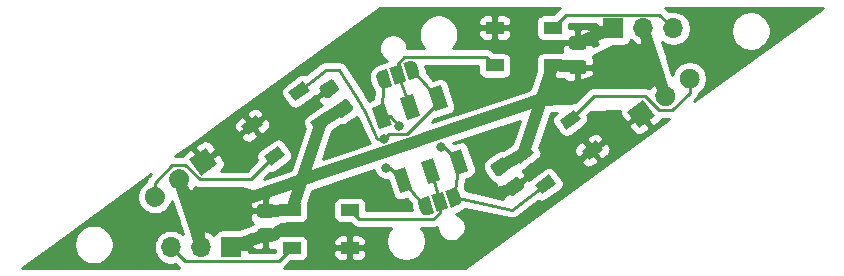
<source format=gbr>
%TF.GenerationSoftware,KiCad,Pcbnew,5.1.8*%
%TF.CreationDate,2021-01-14T17:35:34-05:00*%
%TF.ProjectId,penroserombus_thin_40mm,70656e72-6f73-4657-926f-6d6275735f74,rev?*%
%TF.SameCoordinates,Original*%
%TF.FileFunction,Copper,L1,Top*%
%TF.FilePolarity,Positive*%
%FSLAX46Y46*%
G04 Gerber Fmt 4.6, Leading zero omitted, Abs format (unit mm)*
G04 Created by KiCad (PCBNEW 5.1.8) date 2021-01-14 17:35:34*
%MOMM*%
%LPD*%
G01*
G04 APERTURE LIST*
%TA.AperFunction,SMDPad,CuDef*%
%ADD10C,0.100000*%
%TD*%
%TA.AperFunction,SMDPad,CuDef*%
%ADD11R,1.500000X1.000000*%
%TD*%
%TA.AperFunction,ComponentPad*%
%ADD12C,0.100000*%
%TD*%
%TA.AperFunction,ComponentPad*%
%ADD13O,1.700000X1.700000*%
%TD*%
%TA.AperFunction,ComponentPad*%
%ADD14R,1.700000X1.700000*%
%TD*%
%TA.AperFunction,ViaPad*%
%ADD15C,0.800000*%
%TD*%
%TA.AperFunction,Conductor*%
%ADD16C,1.000000*%
%TD*%
%TA.AperFunction,Conductor*%
%ADD17C,0.500000*%
%TD*%
%TA.AperFunction,Conductor*%
%ADD18C,0.250000*%
%TD*%
%TA.AperFunction,Conductor*%
%ADD19C,0.254000*%
%TD*%
%TA.AperFunction,Conductor*%
%ADD20C,0.100000*%
%TD*%
G04 APERTURE END LIST*
%TA.AperFunction,SMDPad,CuDef*%
D10*
%TO.P,D4,3*%
%TO.N,GND*%
G36*
X169698497Y-73500189D02*
G01*
X170286282Y-74309206D01*
X169072757Y-75190883D01*
X168484972Y-74381866D01*
X169698497Y-73500189D01*
G37*
%TD.AperFunction*%
%TA.AperFunction,SMDPad,CuDef*%
%TO.P,D4,4*%
%TO.N,Net-(D4-Pad4)*%
G36*
X167817584Y-70911335D02*
G01*
X168405369Y-71720352D01*
X167191844Y-72602029D01*
X166604059Y-71793012D01*
X167817584Y-70911335D01*
G37*
%TD.AperFunction*%
%TA.AperFunction,SMDPad,CuDef*%
%TO.P,D4,2*%
%TO.N,Net-(D4-Pad2)*%
G36*
X165734314Y-76380337D02*
G01*
X166322099Y-77189354D01*
X165108574Y-78071031D01*
X164520789Y-77262014D01*
X165734314Y-76380337D01*
G37*
%TD.AperFunction*%
%TA.AperFunction,SMDPad,CuDef*%
%TO.P,D4,1*%
%TO.N,VCC*%
G36*
X163853401Y-73791483D02*
G01*
X164441186Y-74600500D01*
X163227661Y-75482177D01*
X162639876Y-74673160D01*
X163853401Y-73791483D01*
G37*
%TD.AperFunction*%
%TD*%
%TO.P,C1,2*%
%TO.N,VCC*%
%TA.AperFunction,SMDPad,CuDef*%
G36*
G01*
X147581220Y-70620256D02*
X148349787Y-70061860D01*
G75*
G02*
X148698987Y-70117168I146946J-202254D01*
G01*
X149095742Y-70663254D01*
G75*
G02*
X149040434Y-71012454I-202254J-146946D01*
G01*
X148271867Y-71570850D01*
G75*
G02*
X147922667Y-71515542I-146946J202254D01*
G01*
X147525912Y-70969456D01*
G75*
G02*
X147581220Y-70620256I202254J146946D01*
G01*
G37*
%TD.AperFunction*%
%TO.P,C1,1*%
%TO.N,GND*%
%TA.AperFunction,SMDPad,CuDef*%
G36*
G01*
X146361566Y-68941546D02*
X147130133Y-68383150D01*
G75*
G02*
X147479333Y-68438458I146946J-202254D01*
G01*
X147876088Y-68984544D01*
G75*
G02*
X147820780Y-69333744I-202254J-146946D01*
G01*
X147052213Y-69892140D01*
G75*
G02*
X146703013Y-69836832I-146946J202254D01*
G01*
X146306258Y-69290746D01*
G75*
G02*
X146361566Y-68941546I202254J146946D01*
G01*
G37*
%TD.AperFunction*%
%TD*%
%TA.AperFunction,SMDPad,CuDef*%
%TO.P,SW1,1*%
%TO.N,Net-(D3-Pad2)*%
G36*
X155493295Y-69189402D02*
G01*
X156539458Y-68849484D01*
X157142041Y-70704044D01*
X156095878Y-71043962D01*
X155493295Y-69189402D01*
G37*
%TD.AperFunction*%
%TA.AperFunction,SMDPad,CuDef*%
%TO.P,SW1,2*%
%TO.N,Net-(D1-Pad4)*%
G36*
X153115654Y-69961944D02*
G01*
X154161817Y-69622026D01*
X154764400Y-71476586D01*
X153718237Y-71816504D01*
X153115654Y-69961944D01*
G37*
%TD.AperFunction*%
%TA.AperFunction,SMDPad,CuDef*%
%TO.P,SW1,3*%
%TO.N,Net-(D4-Pad2)*%
G36*
X150738013Y-70734487D02*
G01*
X151784176Y-70394569D01*
X152386759Y-72249129D01*
X151340596Y-72589047D01*
X150738013Y-70734487D01*
G37*
%TD.AperFunction*%
%TA.AperFunction,SMDPad,CuDef*%
%TO.P,SW1,4*%
G36*
X157239241Y-74562871D02*
G01*
X158285404Y-74222953D01*
X158887987Y-76077513D01*
X157841824Y-76417431D01*
X157239241Y-74562871D01*
G37*
%TD.AperFunction*%
%TA.AperFunction,SMDPad,CuDef*%
%TO.P,SW1,5*%
%TO.N,Net-(D2-Pad4)*%
G36*
X154861600Y-75335414D02*
G01*
X155907763Y-74995496D01*
X156510346Y-76850056D01*
X155464183Y-77189974D01*
X154861600Y-75335414D01*
G37*
%TD.AperFunction*%
%TA.AperFunction,SMDPad,CuDef*%
%TO.P,SW1,6*%
%TO.N,Net-(D3-Pad2)*%
G36*
X152483959Y-76107956D02*
G01*
X153530122Y-75768038D01*
X154132705Y-77622598D01*
X153086542Y-77962516D01*
X152483959Y-76107956D01*
G37*
%TD.AperFunction*%
%TD*%
D11*
%TO.P,D1,3*%
%TO.N,GND*%
X161116375Y-63976046D03*
%TO.P,D1,4*%
%TO.N,Net-(D1-Pad4)*%
X161116375Y-67176046D03*
%TO.P,D1,2*%
%TO.N,Net-(D1-Pad2)*%
X166016375Y-63976046D03*
%TO.P,D1,1*%
%TO.N,VCC*%
X166016375Y-67176046D03*
%TD*%
%TO.P,D2,1*%
%TO.N,VCC*%
X143942394Y-79412545D03*
%TO.P,D2,2*%
%TO.N,Net-(D2-Pad2)*%
X143942394Y-82612545D03*
%TO.P,D2,4*%
%TO.N,Net-(D2-Pad4)*%
X148842394Y-79412545D03*
%TO.P,D2,3*%
%TO.N,GND*%
X148842394Y-82612545D03*
%TD*%
%TO.P,C4,1*%
%TO.N,GND*%
%TA.AperFunction,SMDPad,CuDef*%
G36*
G01*
X163518434Y-77616454D02*
X162749867Y-78174850D01*
G75*
G02*
X162400667Y-78119542I-146946J202254D01*
G01*
X162003912Y-77573456D01*
G75*
G02*
X162059220Y-77224256I202254J146946D01*
G01*
X162827787Y-76665860D01*
G75*
G02*
X163176987Y-76721168I146946J-202254D01*
G01*
X163573742Y-77267254D01*
G75*
G02*
X163518434Y-77616454I-202254J-146946D01*
G01*
G37*
%TD.AperFunction*%
%TO.P,C4,2*%
%TO.N,VCC*%
%TA.AperFunction,SMDPad,CuDef*%
G36*
G01*
X162298780Y-75937744D02*
X161530213Y-76496140D01*
G75*
G02*
X161181013Y-76440832I-146946J202254D01*
G01*
X160784258Y-75894746D01*
G75*
G02*
X160839566Y-75545546I202254J146946D01*
G01*
X161608133Y-74987150D01*
G75*
G02*
X161957333Y-75042458I146946J-202254D01*
G01*
X162354088Y-75588544D01*
G75*
G02*
X162298780Y-75937744I-202254J-146946D01*
G01*
G37*
%TD.AperFunction*%
%TD*%
%TO.P,C3,2*%
%TO.N,VCC*%
%TA.AperFunction,SMDPad,CuDef*%
G36*
G01*
X142207000Y-80068000D02*
X141257000Y-80068000D01*
G75*
G02*
X141007000Y-79818000I0J250000D01*
G01*
X141007000Y-79143000D01*
G75*
G02*
X141257000Y-78893000I250000J0D01*
G01*
X142207000Y-78893000D01*
G75*
G02*
X142457000Y-79143000I0J-250000D01*
G01*
X142457000Y-79818000D01*
G75*
G02*
X142207000Y-80068000I-250000J0D01*
G01*
G37*
%TD.AperFunction*%
%TO.P,C3,1*%
%TO.N,GND*%
%TA.AperFunction,SMDPad,CuDef*%
G36*
G01*
X142207000Y-82143000D02*
X141257000Y-82143000D01*
G75*
G02*
X141007000Y-81893000I0J250000D01*
G01*
X141007000Y-81218000D01*
G75*
G02*
X141257000Y-80968000I250000J0D01*
G01*
X142207000Y-80968000D01*
G75*
G02*
X142457000Y-81218000I0J-250000D01*
G01*
X142457000Y-81893000D01*
G75*
G02*
X142207000Y-82143000I-250000J0D01*
G01*
G37*
%TD.AperFunction*%
%TD*%
%TA.AperFunction,ComponentPad*%
D12*
%TO.P,J3,1*%
%TO.N,GND*%
G36*
X135261566Y-75128791D02*
G01*
X136636895Y-74129556D01*
X137636130Y-75504885D01*
X136260801Y-76504120D01*
X135261566Y-75128791D01*
G37*
%TD.AperFunction*%
%TO.P,J3,2*%
%TO.N,VCC*%
%TA.AperFunction,ComponentPad*%
G36*
G01*
X133894328Y-76122149D02*
X133894328Y-76122149D01*
G75*
G02*
X135081609Y-76310196I499617J-687664D01*
G01*
X135081609Y-76310196D01*
G75*
G02*
X134893562Y-77497477I-687664J-499617D01*
G01*
X134893562Y-77497477D01*
G75*
G02*
X133706281Y-77309430I-499617J687664D01*
G01*
X133706281Y-77309430D01*
G75*
G02*
X133894328Y-76122149I687664J499617D01*
G01*
G37*
%TD.AperFunction*%
%TO.P,J3,3*%
%TO.N,Net-(D3-Pad4)*%
%TA.AperFunction,ComponentPad*%
G36*
G01*
X131839425Y-77615123D02*
X131839425Y-77615123D01*
G75*
G02*
X133026706Y-77803170I499617J-687664D01*
G01*
X133026706Y-77803170D01*
G75*
G02*
X132838659Y-78990451I-687664J-499617D01*
G01*
X132838659Y-78990451D01*
G75*
G02*
X131651378Y-78802404I-499617J687664D01*
G01*
X131651378Y-78802404D01*
G75*
G02*
X131839425Y-77615123I687664J499617D01*
G01*
G37*
%TD.AperFunction*%
%TD*%
%TO.P,C2,1*%
%TO.N,GND*%
%TA.AperFunction,SMDPad,CuDef*%
G36*
G01*
X167673000Y-64669000D02*
X168623000Y-64669000D01*
G75*
G02*
X168873000Y-64919000I0J-250000D01*
G01*
X168873000Y-65594000D01*
G75*
G02*
X168623000Y-65844000I-250000J0D01*
G01*
X167673000Y-65844000D01*
G75*
G02*
X167423000Y-65594000I0J250000D01*
G01*
X167423000Y-64919000D01*
G75*
G02*
X167673000Y-64669000I250000J0D01*
G01*
G37*
%TD.AperFunction*%
%TO.P,C2,2*%
%TO.N,VCC*%
%TA.AperFunction,SMDPad,CuDef*%
G36*
G01*
X167673000Y-66744000D02*
X168623000Y-66744000D01*
G75*
G02*
X168873000Y-66994000I0J-250000D01*
G01*
X168873000Y-67669000D01*
G75*
G02*
X168623000Y-67919000I-250000J0D01*
G01*
X167673000Y-67919000D01*
G75*
G02*
X167423000Y-67669000I0J250000D01*
G01*
X167423000Y-66994000D01*
G75*
G02*
X167673000Y-66744000I250000J0D01*
G01*
G37*
%TD.AperFunction*%
%TD*%
%TA.AperFunction,SMDPad,CuDef*%
D10*
%TO.P,D3,1*%
%TO.N,VCC*%
G36*
X146105368Y-72797107D02*
G01*
X145517583Y-71988090D01*
X146731108Y-71106413D01*
X147318893Y-71915430D01*
X146105368Y-72797107D01*
G37*
%TD.AperFunction*%
%TA.AperFunction,SMDPad,CuDef*%
%TO.P,D3,2*%
%TO.N,Net-(D3-Pad2)*%
G36*
X144224455Y-70208253D02*
G01*
X143636670Y-69399236D01*
X144850195Y-68517559D01*
X145437980Y-69326576D01*
X144224455Y-70208253D01*
G37*
%TD.AperFunction*%
%TA.AperFunction,SMDPad,CuDef*%
%TO.P,D3,4*%
%TO.N,Net-(D3-Pad4)*%
G36*
X142141185Y-75677255D02*
G01*
X141553400Y-74868238D01*
X142766925Y-73986561D01*
X143354710Y-74795578D01*
X142141185Y-75677255D01*
G37*
%TD.AperFunction*%
%TA.AperFunction,SMDPad,CuDef*%
%TO.P,D3,3*%
%TO.N,GND*%
G36*
X140260272Y-73088401D02*
G01*
X139672487Y-72279384D01*
X140886012Y-71397707D01*
X141473797Y-72206724D01*
X140260272Y-73088401D01*
G37*
%TD.AperFunction*%
%TD*%
D13*
%TO.P,J1,3*%
%TO.N,Net-(D1-Pad2)*%
X176239724Y-64038590D03*
%TO.P,J1,2*%
%TO.N,VCC*%
X173699724Y-64038590D03*
D14*
%TO.P,J1,1*%
%TO.N,GND*%
X171159724Y-64038590D03*
%TD*%
%TO.P,J2,1*%
%TO.N,GND*%
X138799045Y-82550000D03*
D13*
%TO.P,J2,2*%
%TO.N,VCC*%
X136259045Y-82550000D03*
%TO.P,J2,3*%
%TO.N,Net-(D2-Pad2)*%
X133719045Y-82550000D03*
%TD*%
%TO.P,J4,3*%
%TO.N,Net-(D4-Pad4)*%
%TA.AperFunction,ComponentPad*%
G36*
G01*
X178119344Y-68973468D02*
X178119344Y-68973468D01*
G75*
G02*
X176932063Y-68785421I-499617J687664D01*
G01*
X176932063Y-68785421D01*
G75*
G02*
X177120110Y-67598140I687664J499617D01*
G01*
X177120110Y-67598140D01*
G75*
G02*
X178307391Y-67786187I499617J-687664D01*
G01*
X178307391Y-67786187D01*
G75*
G02*
X178119344Y-68973468I-687664J-499617D01*
G01*
G37*
%TD.AperFunction*%
%TO.P,J4,2*%
%TO.N,VCC*%
%TA.AperFunction,ComponentPad*%
G36*
G01*
X176064441Y-70466442D02*
X176064441Y-70466442D01*
G75*
G02*
X174877160Y-70278395I-499617J687664D01*
G01*
X174877160Y-70278395D01*
G75*
G02*
X175065207Y-69091114I687664J499617D01*
G01*
X175065207Y-69091114D01*
G75*
G02*
X176252488Y-69279161I499617J-687664D01*
G01*
X176252488Y-69279161D01*
G75*
G02*
X176064441Y-70466442I-687664J-499617D01*
G01*
G37*
%TD.AperFunction*%
%TA.AperFunction,ComponentPad*%
D12*
%TO.P,J4,1*%
%TO.N,GND*%
G36*
X174697203Y-71459800D02*
G01*
X173321874Y-72459035D01*
X172322639Y-71083706D01*
X173697968Y-70084471D01*
X174697203Y-71459800D01*
G37*
%TD.AperFunction*%
%TD*%
%TA.AperFunction,SMDPad,CuDef*%
D10*
%TO.P,JP1,2*%
%TO.N,Net-(D2-Pad4)*%
G36*
X156707766Y-77851477D02*
G01*
X157171291Y-79278062D01*
X156220234Y-79587079D01*
X155756709Y-78160494D01*
X156707766Y-77851477D01*
G37*
%TD.AperFunction*%
%TA.AperFunction,SMDPad,CuDef*%
%TO.P,JP1,3*%
%TO.N,Net-(D3-Pad2)*%
G36*
X155459204Y-79833720D02*
G01*
X155435870Y-79841301D01*
X155387943Y-79851816D01*
X155339216Y-79857584D01*
X155290157Y-79858547D01*
X155241240Y-79854698D01*
X155192937Y-79846071D01*
X155145712Y-79832753D01*
X155100020Y-79814869D01*
X155056299Y-79792592D01*
X155014974Y-79766139D01*
X154976440Y-79735760D01*
X154941069Y-79701753D01*
X154909203Y-79664441D01*
X154881146Y-79624186D01*
X154857171Y-79581374D01*
X154837507Y-79536420D01*
X154829926Y-79513087D01*
X154829353Y-79513273D01*
X154674844Y-79037744D01*
X154675417Y-79037558D01*
X154667836Y-79014225D01*
X154657321Y-78966298D01*
X154651553Y-78917570D01*
X154650590Y-78868512D01*
X154654439Y-78819595D01*
X154663066Y-78771292D01*
X154676384Y-78724066D01*
X154694268Y-78678374D01*
X154716545Y-78634654D01*
X154742998Y-78593328D01*
X154773376Y-78554795D01*
X154807384Y-78519424D01*
X154844695Y-78487557D01*
X154884951Y-78459501D01*
X154927762Y-78435526D01*
X154972717Y-78415862D01*
X154996050Y-78408280D01*
X154995864Y-78407708D01*
X155518945Y-78237748D01*
X155982471Y-79664333D01*
X155459390Y-79834292D01*
X155459204Y-79833720D01*
G37*
%TD.AperFunction*%
%TA.AperFunction,SMDPad,CuDef*%
%TO.P,JP1,1*%
%TO.N,Net-(D4-Pad2)*%
G36*
X156945529Y-77774223D02*
G01*
X157468610Y-77604264D01*
X157468796Y-77604836D01*
X157492130Y-77597255D01*
X157540057Y-77586740D01*
X157588784Y-77580972D01*
X157637843Y-77580009D01*
X157686760Y-77583858D01*
X157735063Y-77592485D01*
X157782288Y-77605803D01*
X157827980Y-77623687D01*
X157871701Y-77645964D01*
X157913026Y-77672417D01*
X157951560Y-77702796D01*
X157986931Y-77736803D01*
X158018797Y-77774115D01*
X158046854Y-77814370D01*
X158070829Y-77857182D01*
X158090493Y-77902136D01*
X158098074Y-77925469D01*
X158098647Y-77925283D01*
X158253156Y-78400812D01*
X158252583Y-78400998D01*
X158260164Y-78424331D01*
X158270679Y-78472258D01*
X158276447Y-78520986D01*
X158277410Y-78570044D01*
X158273561Y-78618961D01*
X158264934Y-78667264D01*
X158251616Y-78714490D01*
X158233732Y-78760182D01*
X158211455Y-78803902D01*
X158185002Y-78845228D01*
X158154624Y-78883761D01*
X158120616Y-78919132D01*
X158083305Y-78950999D01*
X158043049Y-78979055D01*
X158000238Y-79003030D01*
X157955283Y-79022694D01*
X157931950Y-79030276D01*
X157932136Y-79030848D01*
X157409055Y-79200808D01*
X156945529Y-77774223D01*
G37*
%TD.AperFunction*%
%TD*%
%TA.AperFunction,SMDPad,CuDef*%
%TO.P,JP2,1*%
%TO.N,Net-(D3-Pad2)*%
G36*
X153389529Y-66999945D02*
G01*
X153912610Y-66829986D01*
X153912796Y-66830558D01*
X153936130Y-66822977D01*
X153984057Y-66812462D01*
X154032784Y-66806694D01*
X154081843Y-66805731D01*
X154130760Y-66809580D01*
X154179063Y-66818207D01*
X154226288Y-66831525D01*
X154271980Y-66849409D01*
X154315701Y-66871686D01*
X154357026Y-66898139D01*
X154395560Y-66928518D01*
X154430931Y-66962525D01*
X154462797Y-66999837D01*
X154490854Y-67040092D01*
X154514829Y-67082904D01*
X154534493Y-67127858D01*
X154542074Y-67151191D01*
X154542647Y-67151005D01*
X154697156Y-67626534D01*
X154696583Y-67626720D01*
X154704164Y-67650053D01*
X154714679Y-67697980D01*
X154720447Y-67746708D01*
X154721410Y-67795766D01*
X154717561Y-67844683D01*
X154708934Y-67892986D01*
X154695616Y-67940212D01*
X154677732Y-67985904D01*
X154655455Y-68029624D01*
X154629002Y-68070950D01*
X154598624Y-68109483D01*
X154564616Y-68144854D01*
X154527305Y-68176721D01*
X154487049Y-68204777D01*
X154444238Y-68228752D01*
X154399283Y-68248416D01*
X154375950Y-68255998D01*
X154376136Y-68256570D01*
X153853055Y-68426530D01*
X153389529Y-66999945D01*
G37*
%TD.AperFunction*%
%TA.AperFunction,SMDPad,CuDef*%
%TO.P,JP2,3*%
%TO.N,Net-(D4-Pad2)*%
G36*
X151903204Y-69059442D02*
G01*
X151879870Y-69067023D01*
X151831943Y-69077538D01*
X151783216Y-69083306D01*
X151734157Y-69084269D01*
X151685240Y-69080420D01*
X151636937Y-69071793D01*
X151589712Y-69058475D01*
X151544020Y-69040591D01*
X151500299Y-69018314D01*
X151458974Y-68991861D01*
X151420440Y-68961482D01*
X151385069Y-68927475D01*
X151353203Y-68890163D01*
X151325146Y-68849908D01*
X151301171Y-68807096D01*
X151281507Y-68762142D01*
X151273926Y-68738809D01*
X151273353Y-68738995D01*
X151118844Y-68263466D01*
X151119417Y-68263280D01*
X151111836Y-68239947D01*
X151101321Y-68192020D01*
X151095553Y-68143292D01*
X151094590Y-68094234D01*
X151098439Y-68045317D01*
X151107066Y-67997014D01*
X151120384Y-67949788D01*
X151138268Y-67904096D01*
X151160545Y-67860376D01*
X151186998Y-67819050D01*
X151217376Y-67780517D01*
X151251384Y-67745146D01*
X151288695Y-67713279D01*
X151328951Y-67685223D01*
X151371762Y-67661248D01*
X151416717Y-67641584D01*
X151440050Y-67634002D01*
X151439864Y-67633430D01*
X151962945Y-67463470D01*
X152426471Y-68890055D01*
X151903390Y-69060014D01*
X151903204Y-69059442D01*
G37*
%TD.AperFunction*%
%TA.AperFunction,SMDPad,CuDef*%
%TO.P,JP2,2*%
%TO.N,Net-(D1-Pad4)*%
G36*
X153151766Y-67077199D02*
G01*
X153615291Y-68503784D01*
X152664234Y-68812801D01*
X152200709Y-67386216D01*
X153151766Y-67077199D01*
G37*
%TD.AperFunction*%
%TD*%
D15*
%TO.N,GND*%
X187071000Y-62738000D03*
X122682000Y-83820000D03*
X148844000Y-73406000D03*
X161671000Y-77978000D03*
%TO.N,Net-(D3-Pad2)*%
X151755958Y-73371857D03*
X151892000Y-75819000D03*
%TO.N,Net-(D4-Pad2)*%
X153035000Y-72263000D03*
X156597861Y-74061355D03*
%TD*%
D16*
%TO.N,VCC*%
X164098273Y-70372273D02*
X145766591Y-76551591D01*
X174604327Y-66822673D02*
X175564824Y-69778778D01*
X164098273Y-70372273D02*
X174604327Y-66822673D01*
X173699724Y-64038590D02*
X174604327Y-66822673D01*
X134393945Y-76809813D02*
X135234187Y-79395813D01*
X135458655Y-80086655D02*
X136259045Y-82550000D01*
X145766591Y-76551591D02*
X135458655Y-80086655D01*
X135234187Y-79395813D02*
X135458655Y-80086655D01*
X141732000Y-79480500D02*
X143942394Y-79412545D01*
X143942394Y-79412545D02*
X146418238Y-71951760D01*
X148310827Y-70816355D02*
X146418238Y-71951760D01*
X161569173Y-75741645D02*
X163540531Y-74636830D01*
X163540531Y-74636830D02*
X166016375Y-67176046D01*
X166016375Y-67176046D02*
X168148000Y-67331500D01*
%TO.N,GND*%
X142457000Y-81555500D02*
X142859500Y-81153000D01*
X141732000Y-81555500D02*
X142457000Y-81555500D01*
X142859500Y-81153000D02*
X145161000Y-81153000D01*
X138799045Y-82550000D02*
X141732000Y-81555500D01*
D17*
X162788827Y-77420355D02*
X161290000Y-77724000D01*
D16*
X171159724Y-64038590D02*
X168148000Y-65256500D01*
D18*
%TO.N,Net-(D1-Pad2)*%
X175064723Y-62863589D02*
X176239724Y-64038590D01*
X167128832Y-62863589D02*
X175064723Y-62863589D01*
X166016375Y-63976046D02*
X167128832Y-62863589D01*
%TO.N,Net-(D1-Pad4)*%
X152908000Y-67945000D02*
X153940027Y-70719265D01*
X160420930Y-66480601D02*
X161116375Y-67176046D01*
X153449237Y-66480601D02*
X160420930Y-66480601D01*
X152908000Y-67021838D02*
X153449237Y-66480601D01*
X152908000Y-67945000D02*
X152908000Y-67021838D01*
%TO.N,Net-(D2-Pad4)*%
X155685973Y-76092735D02*
X156464000Y-78719278D01*
X156464000Y-79642440D02*
X156464000Y-78719278D01*
X155922763Y-80183677D02*
X156464000Y-79642440D01*
X149613526Y-80183677D02*
X155922763Y-80183677D01*
X148842394Y-79412545D02*
X149613526Y-80183677D01*
%TO.N,Net-(D2-Pad2)*%
X134894046Y-83725001D02*
X133719045Y-82550000D01*
X142829938Y-83725001D02*
X134894046Y-83725001D01*
X143942394Y-82612545D02*
X142829938Y-83725001D01*
%TO.N,Net-(D3-Pad2)*%
X152139814Y-72988001D02*
X151755958Y-73371857D01*
X153712621Y-72988001D02*
X152139814Y-72988001D01*
X156317668Y-70382954D02*
X153712621Y-72988001D01*
X156317668Y-69946723D02*
X156317668Y-70382954D01*
X152262055Y-75819000D02*
X153308332Y-76865277D01*
X151892000Y-75819000D02*
X152262055Y-75819000D01*
X153308332Y-76865277D02*
X155227627Y-79121000D01*
X154144373Y-67543278D02*
X156317668Y-69946723D01*
X151755958Y-73371857D02*
X151190273Y-73371857D01*
X144537325Y-69362906D02*
X146812000Y-67564000D01*
X146812000Y-67564000D02*
X147955000Y-67564000D01*
X147955000Y-67564000D02*
X149468305Y-69963713D01*
X149468305Y-69963713D02*
X150114000Y-71120000D01*
X150114000Y-71120000D02*
X151190273Y-73371857D01*
%TO.N,Net-(D3-Pad4)*%
X136126176Y-76829130D02*
X140456833Y-76829130D01*
X140456833Y-76829130D02*
X142454055Y-74831908D01*
X133804936Y-75634812D02*
X134931858Y-75634812D01*
X132339042Y-77100706D02*
X133804936Y-75634812D01*
X134931858Y-75634812D02*
X136126176Y-76829130D01*
X132339042Y-78302787D02*
X132339042Y-77100706D01*
%TO.N,Net-(D4-Pad4)*%
X173832593Y-69759461D02*
X169501935Y-69759461D01*
X175026911Y-70953779D02*
X173832593Y-69759461D01*
X176153833Y-70953779D02*
X175026911Y-70953779D01*
X169501935Y-69759461D02*
X167504714Y-71756682D01*
X177619727Y-69487885D02*
X176153833Y-70953779D01*
X177619727Y-68285804D02*
X177619727Y-69487885D01*
%TO.N,Net-(D4-Pad2)*%
X152263808Y-71491808D02*
X153035000Y-72263000D01*
X151562386Y-71491808D02*
X152263808Y-71491808D01*
X156804777Y-74061355D02*
X158063614Y-75320192D01*
X156597861Y-74061355D02*
X156804777Y-74061355D01*
X158063614Y-75320192D02*
X157700373Y-78317556D01*
X151671627Y-68346722D02*
X151562386Y-71491808D01*
X165421444Y-77225684D02*
X162560000Y-79375000D01*
X162560000Y-79375000D02*
X157700373Y-78317556D01*
%TD*%
D19*
%TO.N,GND*%
X131828040Y-76536907D02*
X131799042Y-76560705D01*
X131775244Y-76589703D01*
X131775243Y-76589704D01*
X131704068Y-76676430D01*
X131633496Y-76808460D01*
X131613356Y-76874855D01*
X131590040Y-76951720D01*
X131583130Y-77021877D01*
X131392410Y-77149312D01*
X131185567Y-77356155D01*
X131023052Y-77599376D01*
X130911110Y-77869629D01*
X130854042Y-78156527D01*
X130854042Y-78449047D01*
X130911110Y-78735945D01*
X131023052Y-79006198D01*
X131185567Y-79249419D01*
X131392410Y-79456262D01*
X131635631Y-79618777D01*
X131905884Y-79730719D01*
X132192782Y-79787787D01*
X132485302Y-79787787D01*
X132772200Y-79730719D01*
X133042453Y-79618777D01*
X133285674Y-79456262D01*
X133492517Y-79249419D01*
X133655032Y-79006198D01*
X133766974Y-78735945D01*
X133789530Y-78622550D01*
X134137509Y-79693521D01*
X134137510Y-79693523D01*
X134361977Y-80384361D01*
X134361978Y-80384366D01*
X134364828Y-80393139D01*
X134379842Y-80456629D01*
X134399287Y-80499190D01*
X134702964Y-81433812D01*
X134665677Y-81396525D01*
X134422456Y-81234010D01*
X134152203Y-81122068D01*
X133865305Y-81065000D01*
X133572785Y-81065000D01*
X133285887Y-81122068D01*
X133015634Y-81234010D01*
X132772413Y-81396525D01*
X132565570Y-81603368D01*
X132403055Y-81846589D01*
X132291113Y-82116842D01*
X132234045Y-82403740D01*
X132234045Y-82696260D01*
X132291113Y-82983158D01*
X132403055Y-83253411D01*
X132565570Y-83496632D01*
X132772413Y-83703475D01*
X133015634Y-83865990D01*
X133285887Y-83977932D01*
X133572785Y-84035000D01*
X133865305Y-84035000D01*
X134085453Y-83991210D01*
X134330247Y-84236004D01*
X134354045Y-84265002D01*
X134414968Y-84315000D01*
X121061141Y-84315000D01*
X124020785Y-82164693D01*
X125483342Y-82164693D01*
X125483342Y-82496609D01*
X125548096Y-82822147D01*
X125675114Y-83128798D01*
X125859517Y-83404776D01*
X126094217Y-83639476D01*
X126370195Y-83823879D01*
X126676846Y-83950897D01*
X127002384Y-84015651D01*
X127334300Y-84015651D01*
X127659838Y-83950897D01*
X127966489Y-83823879D01*
X128242467Y-83639476D01*
X128477167Y-83404776D01*
X128661570Y-83128798D01*
X128788588Y-82822147D01*
X128853342Y-82496609D01*
X128853342Y-82164693D01*
X128788588Y-81839155D01*
X128661570Y-81532504D01*
X128477167Y-81256526D01*
X128242467Y-81021826D01*
X127966489Y-80837423D01*
X127659838Y-80710405D01*
X127334300Y-80645651D01*
X127002384Y-80645651D01*
X126676846Y-80710405D01*
X126370195Y-80837423D01*
X126094217Y-81021826D01*
X125859517Y-81256526D01*
X125675114Y-81532504D01*
X125548096Y-81839155D01*
X125483342Y-82164693D01*
X124020785Y-82164693D01*
X131990828Y-76374119D01*
X131828040Y-76536907D01*
%TA.AperFunction,Conductor*%
D20*
G36*
X131828040Y-76536907D02*
G01*
X131799042Y-76560705D01*
X131775244Y-76589703D01*
X131775243Y-76589704D01*
X131704068Y-76676430D01*
X131633496Y-76808460D01*
X131613356Y-76874855D01*
X131590040Y-76951720D01*
X131583130Y-77021877D01*
X131392410Y-77149312D01*
X131185567Y-77356155D01*
X131023052Y-77599376D01*
X130911110Y-77869629D01*
X130854042Y-78156527D01*
X130854042Y-78449047D01*
X130911110Y-78735945D01*
X131023052Y-79006198D01*
X131185567Y-79249419D01*
X131392410Y-79456262D01*
X131635631Y-79618777D01*
X131905884Y-79730719D01*
X132192782Y-79787787D01*
X132485302Y-79787787D01*
X132772200Y-79730719D01*
X133042453Y-79618777D01*
X133285674Y-79456262D01*
X133492517Y-79249419D01*
X133655032Y-79006198D01*
X133766974Y-78735945D01*
X133789530Y-78622550D01*
X134137509Y-79693521D01*
X134137510Y-79693523D01*
X134361977Y-80384361D01*
X134361978Y-80384366D01*
X134364828Y-80393139D01*
X134379842Y-80456629D01*
X134399287Y-80499190D01*
X134702964Y-81433812D01*
X134665677Y-81396525D01*
X134422456Y-81234010D01*
X134152203Y-81122068D01*
X133865305Y-81065000D01*
X133572785Y-81065000D01*
X133285887Y-81122068D01*
X133015634Y-81234010D01*
X132772413Y-81396525D01*
X132565570Y-81603368D01*
X132403055Y-81846589D01*
X132291113Y-82116842D01*
X132234045Y-82403740D01*
X132234045Y-82696260D01*
X132291113Y-82983158D01*
X132403055Y-83253411D01*
X132565570Y-83496632D01*
X132772413Y-83703475D01*
X133015634Y-83865990D01*
X133285887Y-83977932D01*
X133572785Y-84035000D01*
X133865305Y-84035000D01*
X134085453Y-83991210D01*
X134330247Y-84236004D01*
X134354045Y-84265002D01*
X134414968Y-84315000D01*
X121061141Y-84315000D01*
X124020785Y-82164693D01*
X125483342Y-82164693D01*
X125483342Y-82496609D01*
X125548096Y-82822147D01*
X125675114Y-83128798D01*
X125859517Y-83404776D01*
X126094217Y-83639476D01*
X126370195Y-83823879D01*
X126676846Y-83950897D01*
X127002384Y-84015651D01*
X127334300Y-84015651D01*
X127659838Y-83950897D01*
X127966489Y-83823879D01*
X128242467Y-83639476D01*
X128477167Y-83404776D01*
X128661570Y-83128798D01*
X128788588Y-82822147D01*
X128853342Y-82496609D01*
X128853342Y-82164693D01*
X128788588Y-81839155D01*
X128661570Y-81532504D01*
X128477167Y-81256526D01*
X128242467Y-81021826D01*
X127966489Y-80837423D01*
X127659838Y-80710405D01*
X127334300Y-80645651D01*
X127002384Y-80645651D01*
X126676846Y-80710405D01*
X126370195Y-80837423D01*
X126094217Y-81021826D01*
X125859517Y-81256526D01*
X125675114Y-81532504D01*
X125548096Y-81839155D01*
X125483342Y-82164693D01*
X124020785Y-82164693D01*
X131990828Y-76374119D01*
X131828040Y-76536907D01*
G37*
%TD.AperFunction*%
D19*
X171685059Y-71108756D02*
X171702197Y-71232661D01*
X171743178Y-71350841D01*
X171806428Y-71458755D01*
X172140571Y-71913437D01*
X172362313Y-71948558D01*
X173332527Y-71243657D01*
X173320771Y-71227476D01*
X173526262Y-71078179D01*
X173538017Y-71094359D01*
X173554198Y-71082603D01*
X173703495Y-71288094D01*
X173687315Y-71299849D01*
X174392216Y-72270063D01*
X174613959Y-72305184D01*
X175072252Y-71976011D01*
X175165754Y-71892924D01*
X175241249Y-71793192D01*
X175279766Y-71713779D01*
X175904323Y-71713779D01*
X158560230Y-84315000D01*
X143309016Y-84315000D01*
X143369939Y-84265002D01*
X143393742Y-84235999D01*
X143879123Y-83750617D01*
X144692394Y-83750617D01*
X144816876Y-83738357D01*
X144936574Y-83702047D01*
X145046888Y-83643082D01*
X145143579Y-83563730D01*
X145222931Y-83467039D01*
X145281896Y-83356725D01*
X145318206Y-83237027D01*
X145330466Y-83112545D01*
X147454322Y-83112545D01*
X147466582Y-83237027D01*
X147502892Y-83356725D01*
X147561857Y-83467039D01*
X147641209Y-83563730D01*
X147737900Y-83643082D01*
X147848214Y-83702047D01*
X147967912Y-83738357D01*
X148092394Y-83750617D01*
X148556644Y-83747545D01*
X148715394Y-83588795D01*
X148715394Y-82739545D01*
X148969394Y-82739545D01*
X148969394Y-83588795D01*
X149128144Y-83747545D01*
X149592394Y-83750617D01*
X149716876Y-83738357D01*
X149836574Y-83702047D01*
X149946888Y-83643082D01*
X150043579Y-83563730D01*
X150122931Y-83467039D01*
X150181896Y-83356725D01*
X150218206Y-83237027D01*
X150230466Y-83112545D01*
X150227394Y-82898295D01*
X150068644Y-82739545D01*
X148969394Y-82739545D01*
X148715394Y-82739545D01*
X147616144Y-82739545D01*
X147457394Y-82898295D01*
X147454322Y-83112545D01*
X145330466Y-83112545D01*
X145330466Y-82112545D01*
X147454322Y-82112545D01*
X147457394Y-82326795D01*
X147616144Y-82485545D01*
X148715394Y-82485545D01*
X148715394Y-81636295D01*
X148969394Y-81636295D01*
X148969394Y-82485545D01*
X150068644Y-82485545D01*
X150227394Y-82326795D01*
X150230466Y-82112545D01*
X150218206Y-81988063D01*
X150181896Y-81868365D01*
X150122931Y-81758051D01*
X150043579Y-81661360D01*
X149946888Y-81582008D01*
X149836574Y-81523043D01*
X149716876Y-81486733D01*
X149592394Y-81474473D01*
X149128144Y-81477545D01*
X148969394Y-81636295D01*
X148715394Y-81636295D01*
X148556644Y-81477545D01*
X148092394Y-81474473D01*
X147967912Y-81486733D01*
X147848214Y-81523043D01*
X147737900Y-81582008D01*
X147641209Y-81661360D01*
X147561857Y-81758051D01*
X147502892Y-81868365D01*
X147466582Y-81988063D01*
X147454322Y-82112545D01*
X145330466Y-82112545D01*
X145318206Y-81988063D01*
X145281896Y-81868365D01*
X145222931Y-81758051D01*
X145143579Y-81661360D01*
X145046888Y-81582008D01*
X144936574Y-81523043D01*
X144816876Y-81486733D01*
X144692394Y-81474473D01*
X143192394Y-81474473D01*
X143092000Y-81484361D01*
X143092000Y-81428498D01*
X142933252Y-81428498D01*
X143092000Y-81269750D01*
X143095072Y-80968000D01*
X143082812Y-80843518D01*
X143046502Y-80723820D01*
X142987537Y-80613506D01*
X142958664Y-80578324D01*
X143859887Y-80550617D01*
X144692394Y-80550617D01*
X144816876Y-80538357D01*
X144936574Y-80502047D01*
X145046888Y-80443082D01*
X145143579Y-80363730D01*
X145222931Y-80267039D01*
X145281896Y-80156725D01*
X145318206Y-80037027D01*
X145330466Y-79912545D01*
X145330466Y-78912545D01*
X145324450Y-78851464D01*
X145679574Y-77781323D01*
X146132213Y-77626093D01*
X150877972Y-76026373D01*
X150896774Y-76120898D01*
X150974795Y-76309256D01*
X151088063Y-76478774D01*
X151232226Y-76622937D01*
X151401744Y-76736205D01*
X151590102Y-76814226D01*
X151790061Y-76854000D01*
X151993939Y-76854000D01*
X152051720Y-76842507D01*
X152479699Y-78159691D01*
X152529826Y-78274291D01*
X152601348Y-78376910D01*
X152691515Y-78463604D01*
X152796863Y-78531042D01*
X152913343Y-78576632D01*
X153036479Y-78598621D01*
X153161539Y-78596165D01*
X153283717Y-78569359D01*
X153657147Y-78448025D01*
X154014864Y-78868445D01*
X154016820Y-78968053D01*
X154028341Y-79065390D01*
X154055149Y-79187571D01*
X154062738Y-79210925D01*
X154068002Y-79234919D01*
X154129333Y-79423677D01*
X150230466Y-79423677D01*
X150230466Y-78912545D01*
X150218206Y-78788063D01*
X150181896Y-78668365D01*
X150122931Y-78558051D01*
X150043579Y-78461360D01*
X149946888Y-78382008D01*
X149836574Y-78323043D01*
X149716876Y-78286733D01*
X149592394Y-78274473D01*
X148092394Y-78274473D01*
X147967912Y-78286733D01*
X147848214Y-78323043D01*
X147737900Y-78382008D01*
X147641209Y-78461360D01*
X147561857Y-78558051D01*
X147502892Y-78668365D01*
X147466582Y-78788063D01*
X147454322Y-78912545D01*
X147454322Y-79912545D01*
X147466582Y-80037027D01*
X147502892Y-80156725D01*
X147561857Y-80267039D01*
X147641209Y-80363730D01*
X147737900Y-80443082D01*
X147848214Y-80502047D01*
X147967912Y-80538357D01*
X148092394Y-80550617D01*
X148905664Y-80550617D01*
X149049727Y-80694679D01*
X149073525Y-80723678D01*
X149189250Y-80818651D01*
X149321279Y-80889223D01*
X149464540Y-80932680D01*
X149576193Y-80943677D01*
X149576202Y-80943677D01*
X149613525Y-80947353D01*
X149650848Y-80943677D01*
X152326267Y-80943677D01*
X152294068Y-80975876D01*
X152109665Y-81251854D01*
X151982647Y-81558505D01*
X151917893Y-81884043D01*
X151917893Y-82215959D01*
X151982647Y-82541497D01*
X152109665Y-82848148D01*
X152294068Y-83124126D01*
X152528768Y-83358826D01*
X152804746Y-83543229D01*
X153111397Y-83670247D01*
X153436935Y-83735001D01*
X153768851Y-83735001D01*
X154094389Y-83670247D01*
X154401040Y-83543229D01*
X154677018Y-83358826D01*
X154911718Y-83124126D01*
X155096121Y-82848148D01*
X155223139Y-82541497D01*
X155287893Y-82215959D01*
X155287893Y-81884043D01*
X155223139Y-81558505D01*
X155096121Y-81251854D01*
X154911718Y-80975876D01*
X154879519Y-80943677D01*
X155885441Y-80943677D01*
X155922763Y-80947353D01*
X155960085Y-80943677D01*
X155960096Y-80943677D01*
X156071749Y-80932680D01*
X156215010Y-80889223D01*
X156229371Y-80881547D01*
X156229371Y-80984527D01*
X156275870Y-81218296D01*
X156367083Y-81438502D01*
X156499502Y-81636682D01*
X156668041Y-81805221D01*
X156866221Y-81937640D01*
X157086427Y-82028853D01*
X157320196Y-82075352D01*
X157558546Y-82075352D01*
X157792315Y-82028853D01*
X158012521Y-81937640D01*
X158210701Y-81805221D01*
X158379240Y-81636682D01*
X158511659Y-81438502D01*
X158602872Y-81218296D01*
X158649371Y-80984527D01*
X158649371Y-80746177D01*
X158602872Y-80512408D01*
X158511659Y-80292202D01*
X158379240Y-80094022D01*
X158210701Y-79925483D01*
X158012521Y-79793064D01*
X157853652Y-79727258D01*
X158129312Y-79637690D01*
X158151821Y-79627845D01*
X158175171Y-79620258D01*
X158289778Y-79570129D01*
X158375297Y-79522236D01*
X158477915Y-79450715D01*
X158552448Y-79387058D01*
X158636977Y-79299143D01*
X162389094Y-80115595D01*
X162452547Y-80131079D01*
X162499573Y-80133102D01*
X162546324Y-80138554D01*
X162574190Y-80136313D01*
X162602114Y-80137514D01*
X162648624Y-80130325D01*
X162695549Y-80126551D01*
X162722441Y-80118916D01*
X162750064Y-80114647D01*
X162794289Y-80098519D01*
X162839564Y-80085665D01*
X162864444Y-80072934D01*
X162890710Y-80063355D01*
X162930942Y-80038907D01*
X162972837Y-80017469D01*
X163024039Y-79976961D01*
X164812838Y-78633341D01*
X164887726Y-78669665D01*
X165008757Y-78701247D01*
X165133624Y-78708611D01*
X165257529Y-78691473D01*
X165375709Y-78650492D01*
X165483623Y-78587242D01*
X166697148Y-77705565D01*
X166790650Y-77622478D01*
X166866145Y-77522746D01*
X166920733Y-77410202D01*
X166952315Y-77289171D01*
X166959679Y-77164304D01*
X166942541Y-77040399D01*
X166901560Y-76922219D01*
X166838310Y-76814305D01*
X166250525Y-76005288D01*
X166167438Y-75911786D01*
X166067706Y-75836291D01*
X165955162Y-75781703D01*
X165834131Y-75750121D01*
X165709264Y-75742757D01*
X165585359Y-75759895D01*
X165467179Y-75800876D01*
X165359265Y-75864126D01*
X164145740Y-76745803D01*
X164052238Y-76828890D01*
X164037035Y-76848974D01*
X163835307Y-76817023D01*
X162966221Y-77448451D01*
X162977977Y-77464632D01*
X162772486Y-77613929D01*
X162760731Y-77597749D01*
X161891644Y-78229177D01*
X161857562Y-78444366D01*
X158716109Y-77760793D01*
X158705489Y-77728108D01*
X158695646Y-77705604D01*
X158688053Y-77682236D01*
X158637927Y-77567641D01*
X158590034Y-77482122D01*
X158570562Y-77454184D01*
X158646586Y-76826858D01*
X159085162Y-76684356D01*
X159199763Y-76634228D01*
X159302382Y-76562707D01*
X159389076Y-76472540D01*
X159456513Y-76367192D01*
X159502103Y-76250712D01*
X159524092Y-76127576D01*
X159521636Y-76002516D01*
X159494830Y-75880338D01*
X158892247Y-74025778D01*
X158842120Y-73911178D01*
X158770598Y-73808559D01*
X158680431Y-73721865D01*
X158575083Y-73654427D01*
X158458603Y-73608837D01*
X158335467Y-73586848D01*
X158210407Y-73589304D01*
X158088229Y-73616110D01*
X157596363Y-73775927D01*
X157593713Y-73762604D01*
X163269697Y-71849321D01*
X162601859Y-73861803D01*
X161807216Y-74307148D01*
X161720214Y-74302017D01*
X161547763Y-74325869D01*
X161383279Y-74382907D01*
X161233084Y-74470938D01*
X160464517Y-75029334D01*
X160334381Y-75144976D01*
X160229306Y-75283784D01*
X160153330Y-75440423D01*
X160109374Y-75608875D01*
X160099125Y-75782666D01*
X160122978Y-75955117D01*
X160180016Y-76119600D01*
X160268047Y-76269796D01*
X160664802Y-76815882D01*
X160780443Y-76946017D01*
X160919250Y-77051092D01*
X161075890Y-77127067D01*
X161244341Y-77171024D01*
X161252808Y-77171523D01*
X161226750Y-77271385D01*
X161219386Y-77396252D01*
X161236523Y-77520157D01*
X161277505Y-77638337D01*
X161340755Y-77746251D01*
X161520604Y-77988566D01*
X161742347Y-78023687D01*
X162611433Y-77392259D01*
X162599677Y-77376078D01*
X162805168Y-77226781D01*
X162816923Y-77242961D01*
X163686010Y-76611533D01*
X163721130Y-76389790D01*
X163546252Y-76143864D01*
X163478275Y-76067367D01*
X163494796Y-76061638D01*
X163602710Y-75998388D01*
X164217641Y-75551615D01*
X164240987Y-75536875D01*
X164250952Y-75527413D01*
X164438990Y-75390795D01*
X168433098Y-75390795D01*
X168556546Y-75565933D01*
X168639633Y-75659435D01*
X168739365Y-75734930D01*
X168851910Y-75789517D01*
X168972940Y-75821100D01*
X169097807Y-75828463D01*
X169221712Y-75811326D01*
X169339892Y-75770345D01*
X169447806Y-75707095D01*
X169821587Y-75431730D01*
X169856707Y-75209988D01*
X169357531Y-74522930D01*
X168468219Y-75169053D01*
X168433098Y-75390795D01*
X164438990Y-75390795D01*
X164816235Y-75116711D01*
X164909737Y-75033624D01*
X164985232Y-74933892D01*
X165039820Y-74821348D01*
X165071402Y-74700317D01*
X165078766Y-74575450D01*
X165061628Y-74451545D01*
X165046153Y-74406917D01*
X167847392Y-74406917D01*
X167864529Y-74530821D01*
X167905510Y-74649001D01*
X167968761Y-74756916D01*
X168097179Y-74928442D01*
X168318921Y-74963563D01*
X169130891Y-74373632D01*
X169563021Y-74373632D01*
X170062198Y-75060690D01*
X170283940Y-75095811D01*
X170661332Y-74825417D01*
X170754833Y-74742329D01*
X170830329Y-74642597D01*
X170884916Y-74530053D01*
X170916499Y-74409022D01*
X170923862Y-74284155D01*
X170906725Y-74160251D01*
X170865744Y-74042071D01*
X170802493Y-73934156D01*
X170674075Y-73762630D01*
X170452333Y-73727509D01*
X169563021Y-74373632D01*
X169130891Y-74373632D01*
X169208233Y-74317440D01*
X168709056Y-73630382D01*
X168487314Y-73595261D01*
X168109922Y-73865655D01*
X168016421Y-73948743D01*
X167940925Y-74048475D01*
X167886338Y-74161019D01*
X167854755Y-74282050D01*
X167847392Y-74406917D01*
X165046153Y-74406917D01*
X165020647Y-74333365D01*
X164957397Y-74225451D01*
X164899399Y-74145624D01*
X165119925Y-73481084D01*
X168914547Y-73481084D01*
X169413723Y-74168142D01*
X170303035Y-73522019D01*
X170338156Y-73300277D01*
X170214708Y-73125139D01*
X170131621Y-73031637D01*
X170031889Y-72956142D01*
X169919344Y-72901555D01*
X169798314Y-72869972D01*
X169673447Y-72862609D01*
X169549542Y-72879746D01*
X169431362Y-72920727D01*
X169323448Y-72983977D01*
X168949667Y-73259342D01*
X168914547Y-73481084D01*
X165119925Y-73481084D01*
X165878608Y-71194848D01*
X166364613Y-71178279D01*
X166229010Y-71276801D01*
X166135508Y-71359888D01*
X166060013Y-71459620D01*
X166005425Y-71572164D01*
X165973843Y-71693195D01*
X165966479Y-71818062D01*
X165983617Y-71941967D01*
X166024598Y-72060147D01*
X166087848Y-72168061D01*
X166675633Y-72977078D01*
X166758720Y-73070580D01*
X166858452Y-73146075D01*
X166970996Y-73200663D01*
X167092027Y-73232245D01*
X167216894Y-73239609D01*
X167340799Y-73222471D01*
X167458979Y-73181490D01*
X167566893Y-73118240D01*
X168588786Y-72375791D01*
X172476490Y-72375791D01*
X172805663Y-72834084D01*
X172888750Y-72927586D01*
X172988482Y-73003081D01*
X173101027Y-73057668D01*
X173222058Y-73089251D01*
X173346924Y-73096615D01*
X173470829Y-73079477D01*
X173589009Y-73038496D01*
X173696923Y-72975246D01*
X174151605Y-72641103D01*
X174186726Y-72419361D01*
X173481825Y-71449147D01*
X172511611Y-72154048D01*
X172476490Y-72375791D01*
X168588786Y-72375791D01*
X168780418Y-72236563D01*
X168873920Y-72153476D01*
X168949415Y-72053744D01*
X169004003Y-71941200D01*
X169035585Y-71820169D01*
X169042949Y-71695302D01*
X169025811Y-71571397D01*
X168984830Y-71453217D01*
X168947194Y-71389004D01*
X169256505Y-71079692D01*
X171691669Y-70996675D01*
X171685059Y-71108756D01*
%TA.AperFunction,Conductor*%
D20*
G36*
X171685059Y-71108756D02*
G01*
X171702197Y-71232661D01*
X171743178Y-71350841D01*
X171806428Y-71458755D01*
X172140571Y-71913437D01*
X172362313Y-71948558D01*
X173332527Y-71243657D01*
X173320771Y-71227476D01*
X173526262Y-71078179D01*
X173538017Y-71094359D01*
X173554198Y-71082603D01*
X173703495Y-71288094D01*
X173687315Y-71299849D01*
X174392216Y-72270063D01*
X174613959Y-72305184D01*
X175072252Y-71976011D01*
X175165754Y-71892924D01*
X175241249Y-71793192D01*
X175279766Y-71713779D01*
X175904323Y-71713779D01*
X158560230Y-84315000D01*
X143309016Y-84315000D01*
X143369939Y-84265002D01*
X143393742Y-84235999D01*
X143879123Y-83750617D01*
X144692394Y-83750617D01*
X144816876Y-83738357D01*
X144936574Y-83702047D01*
X145046888Y-83643082D01*
X145143579Y-83563730D01*
X145222931Y-83467039D01*
X145281896Y-83356725D01*
X145318206Y-83237027D01*
X145330466Y-83112545D01*
X147454322Y-83112545D01*
X147466582Y-83237027D01*
X147502892Y-83356725D01*
X147561857Y-83467039D01*
X147641209Y-83563730D01*
X147737900Y-83643082D01*
X147848214Y-83702047D01*
X147967912Y-83738357D01*
X148092394Y-83750617D01*
X148556644Y-83747545D01*
X148715394Y-83588795D01*
X148715394Y-82739545D01*
X148969394Y-82739545D01*
X148969394Y-83588795D01*
X149128144Y-83747545D01*
X149592394Y-83750617D01*
X149716876Y-83738357D01*
X149836574Y-83702047D01*
X149946888Y-83643082D01*
X150043579Y-83563730D01*
X150122931Y-83467039D01*
X150181896Y-83356725D01*
X150218206Y-83237027D01*
X150230466Y-83112545D01*
X150227394Y-82898295D01*
X150068644Y-82739545D01*
X148969394Y-82739545D01*
X148715394Y-82739545D01*
X147616144Y-82739545D01*
X147457394Y-82898295D01*
X147454322Y-83112545D01*
X145330466Y-83112545D01*
X145330466Y-82112545D01*
X147454322Y-82112545D01*
X147457394Y-82326795D01*
X147616144Y-82485545D01*
X148715394Y-82485545D01*
X148715394Y-81636295D01*
X148969394Y-81636295D01*
X148969394Y-82485545D01*
X150068644Y-82485545D01*
X150227394Y-82326795D01*
X150230466Y-82112545D01*
X150218206Y-81988063D01*
X150181896Y-81868365D01*
X150122931Y-81758051D01*
X150043579Y-81661360D01*
X149946888Y-81582008D01*
X149836574Y-81523043D01*
X149716876Y-81486733D01*
X149592394Y-81474473D01*
X149128144Y-81477545D01*
X148969394Y-81636295D01*
X148715394Y-81636295D01*
X148556644Y-81477545D01*
X148092394Y-81474473D01*
X147967912Y-81486733D01*
X147848214Y-81523043D01*
X147737900Y-81582008D01*
X147641209Y-81661360D01*
X147561857Y-81758051D01*
X147502892Y-81868365D01*
X147466582Y-81988063D01*
X147454322Y-82112545D01*
X145330466Y-82112545D01*
X145318206Y-81988063D01*
X145281896Y-81868365D01*
X145222931Y-81758051D01*
X145143579Y-81661360D01*
X145046888Y-81582008D01*
X144936574Y-81523043D01*
X144816876Y-81486733D01*
X144692394Y-81474473D01*
X143192394Y-81474473D01*
X143092000Y-81484361D01*
X143092000Y-81428498D01*
X142933252Y-81428498D01*
X143092000Y-81269750D01*
X143095072Y-80968000D01*
X143082812Y-80843518D01*
X143046502Y-80723820D01*
X142987537Y-80613506D01*
X142958664Y-80578324D01*
X143859887Y-80550617D01*
X144692394Y-80550617D01*
X144816876Y-80538357D01*
X144936574Y-80502047D01*
X145046888Y-80443082D01*
X145143579Y-80363730D01*
X145222931Y-80267039D01*
X145281896Y-80156725D01*
X145318206Y-80037027D01*
X145330466Y-79912545D01*
X145330466Y-78912545D01*
X145324450Y-78851464D01*
X145679574Y-77781323D01*
X146132213Y-77626093D01*
X150877972Y-76026373D01*
X150896774Y-76120898D01*
X150974795Y-76309256D01*
X151088063Y-76478774D01*
X151232226Y-76622937D01*
X151401744Y-76736205D01*
X151590102Y-76814226D01*
X151790061Y-76854000D01*
X151993939Y-76854000D01*
X152051720Y-76842507D01*
X152479699Y-78159691D01*
X152529826Y-78274291D01*
X152601348Y-78376910D01*
X152691515Y-78463604D01*
X152796863Y-78531042D01*
X152913343Y-78576632D01*
X153036479Y-78598621D01*
X153161539Y-78596165D01*
X153283717Y-78569359D01*
X153657147Y-78448025D01*
X154014864Y-78868445D01*
X154016820Y-78968053D01*
X154028341Y-79065390D01*
X154055149Y-79187571D01*
X154062738Y-79210925D01*
X154068002Y-79234919D01*
X154129333Y-79423677D01*
X150230466Y-79423677D01*
X150230466Y-78912545D01*
X150218206Y-78788063D01*
X150181896Y-78668365D01*
X150122931Y-78558051D01*
X150043579Y-78461360D01*
X149946888Y-78382008D01*
X149836574Y-78323043D01*
X149716876Y-78286733D01*
X149592394Y-78274473D01*
X148092394Y-78274473D01*
X147967912Y-78286733D01*
X147848214Y-78323043D01*
X147737900Y-78382008D01*
X147641209Y-78461360D01*
X147561857Y-78558051D01*
X147502892Y-78668365D01*
X147466582Y-78788063D01*
X147454322Y-78912545D01*
X147454322Y-79912545D01*
X147466582Y-80037027D01*
X147502892Y-80156725D01*
X147561857Y-80267039D01*
X147641209Y-80363730D01*
X147737900Y-80443082D01*
X147848214Y-80502047D01*
X147967912Y-80538357D01*
X148092394Y-80550617D01*
X148905664Y-80550617D01*
X149049727Y-80694679D01*
X149073525Y-80723678D01*
X149189250Y-80818651D01*
X149321279Y-80889223D01*
X149464540Y-80932680D01*
X149576193Y-80943677D01*
X149576202Y-80943677D01*
X149613525Y-80947353D01*
X149650848Y-80943677D01*
X152326267Y-80943677D01*
X152294068Y-80975876D01*
X152109665Y-81251854D01*
X151982647Y-81558505D01*
X151917893Y-81884043D01*
X151917893Y-82215959D01*
X151982647Y-82541497D01*
X152109665Y-82848148D01*
X152294068Y-83124126D01*
X152528768Y-83358826D01*
X152804746Y-83543229D01*
X153111397Y-83670247D01*
X153436935Y-83735001D01*
X153768851Y-83735001D01*
X154094389Y-83670247D01*
X154401040Y-83543229D01*
X154677018Y-83358826D01*
X154911718Y-83124126D01*
X155096121Y-82848148D01*
X155223139Y-82541497D01*
X155287893Y-82215959D01*
X155287893Y-81884043D01*
X155223139Y-81558505D01*
X155096121Y-81251854D01*
X154911718Y-80975876D01*
X154879519Y-80943677D01*
X155885441Y-80943677D01*
X155922763Y-80947353D01*
X155960085Y-80943677D01*
X155960096Y-80943677D01*
X156071749Y-80932680D01*
X156215010Y-80889223D01*
X156229371Y-80881547D01*
X156229371Y-80984527D01*
X156275870Y-81218296D01*
X156367083Y-81438502D01*
X156499502Y-81636682D01*
X156668041Y-81805221D01*
X156866221Y-81937640D01*
X157086427Y-82028853D01*
X157320196Y-82075352D01*
X157558546Y-82075352D01*
X157792315Y-82028853D01*
X158012521Y-81937640D01*
X158210701Y-81805221D01*
X158379240Y-81636682D01*
X158511659Y-81438502D01*
X158602872Y-81218296D01*
X158649371Y-80984527D01*
X158649371Y-80746177D01*
X158602872Y-80512408D01*
X158511659Y-80292202D01*
X158379240Y-80094022D01*
X158210701Y-79925483D01*
X158012521Y-79793064D01*
X157853652Y-79727258D01*
X158129312Y-79637690D01*
X158151821Y-79627845D01*
X158175171Y-79620258D01*
X158289778Y-79570129D01*
X158375297Y-79522236D01*
X158477915Y-79450715D01*
X158552448Y-79387058D01*
X158636977Y-79299143D01*
X162389094Y-80115595D01*
X162452547Y-80131079D01*
X162499573Y-80133102D01*
X162546324Y-80138554D01*
X162574190Y-80136313D01*
X162602114Y-80137514D01*
X162648624Y-80130325D01*
X162695549Y-80126551D01*
X162722441Y-80118916D01*
X162750064Y-80114647D01*
X162794289Y-80098519D01*
X162839564Y-80085665D01*
X162864444Y-80072934D01*
X162890710Y-80063355D01*
X162930942Y-80038907D01*
X162972837Y-80017469D01*
X163024039Y-79976961D01*
X164812838Y-78633341D01*
X164887726Y-78669665D01*
X165008757Y-78701247D01*
X165133624Y-78708611D01*
X165257529Y-78691473D01*
X165375709Y-78650492D01*
X165483623Y-78587242D01*
X166697148Y-77705565D01*
X166790650Y-77622478D01*
X166866145Y-77522746D01*
X166920733Y-77410202D01*
X166952315Y-77289171D01*
X166959679Y-77164304D01*
X166942541Y-77040399D01*
X166901560Y-76922219D01*
X166838310Y-76814305D01*
X166250525Y-76005288D01*
X166167438Y-75911786D01*
X166067706Y-75836291D01*
X165955162Y-75781703D01*
X165834131Y-75750121D01*
X165709264Y-75742757D01*
X165585359Y-75759895D01*
X165467179Y-75800876D01*
X165359265Y-75864126D01*
X164145740Y-76745803D01*
X164052238Y-76828890D01*
X164037035Y-76848974D01*
X163835307Y-76817023D01*
X162966221Y-77448451D01*
X162977977Y-77464632D01*
X162772486Y-77613929D01*
X162760731Y-77597749D01*
X161891644Y-78229177D01*
X161857562Y-78444366D01*
X158716109Y-77760793D01*
X158705489Y-77728108D01*
X158695646Y-77705604D01*
X158688053Y-77682236D01*
X158637927Y-77567641D01*
X158590034Y-77482122D01*
X158570562Y-77454184D01*
X158646586Y-76826858D01*
X159085162Y-76684356D01*
X159199763Y-76634228D01*
X159302382Y-76562707D01*
X159389076Y-76472540D01*
X159456513Y-76367192D01*
X159502103Y-76250712D01*
X159524092Y-76127576D01*
X159521636Y-76002516D01*
X159494830Y-75880338D01*
X158892247Y-74025778D01*
X158842120Y-73911178D01*
X158770598Y-73808559D01*
X158680431Y-73721865D01*
X158575083Y-73654427D01*
X158458603Y-73608837D01*
X158335467Y-73586848D01*
X158210407Y-73589304D01*
X158088229Y-73616110D01*
X157596363Y-73775927D01*
X157593713Y-73762604D01*
X163269697Y-71849321D01*
X162601859Y-73861803D01*
X161807216Y-74307148D01*
X161720214Y-74302017D01*
X161547763Y-74325869D01*
X161383279Y-74382907D01*
X161233084Y-74470938D01*
X160464517Y-75029334D01*
X160334381Y-75144976D01*
X160229306Y-75283784D01*
X160153330Y-75440423D01*
X160109374Y-75608875D01*
X160099125Y-75782666D01*
X160122978Y-75955117D01*
X160180016Y-76119600D01*
X160268047Y-76269796D01*
X160664802Y-76815882D01*
X160780443Y-76946017D01*
X160919250Y-77051092D01*
X161075890Y-77127067D01*
X161244341Y-77171024D01*
X161252808Y-77171523D01*
X161226750Y-77271385D01*
X161219386Y-77396252D01*
X161236523Y-77520157D01*
X161277505Y-77638337D01*
X161340755Y-77746251D01*
X161520604Y-77988566D01*
X161742347Y-78023687D01*
X162611433Y-77392259D01*
X162599677Y-77376078D01*
X162805168Y-77226781D01*
X162816923Y-77242961D01*
X163686010Y-76611533D01*
X163721130Y-76389790D01*
X163546252Y-76143864D01*
X163478275Y-76067367D01*
X163494796Y-76061638D01*
X163602710Y-75998388D01*
X164217641Y-75551615D01*
X164240987Y-75536875D01*
X164250952Y-75527413D01*
X164438990Y-75390795D01*
X168433098Y-75390795D01*
X168556546Y-75565933D01*
X168639633Y-75659435D01*
X168739365Y-75734930D01*
X168851910Y-75789517D01*
X168972940Y-75821100D01*
X169097807Y-75828463D01*
X169221712Y-75811326D01*
X169339892Y-75770345D01*
X169447806Y-75707095D01*
X169821587Y-75431730D01*
X169856707Y-75209988D01*
X169357531Y-74522930D01*
X168468219Y-75169053D01*
X168433098Y-75390795D01*
X164438990Y-75390795D01*
X164816235Y-75116711D01*
X164909737Y-75033624D01*
X164985232Y-74933892D01*
X165039820Y-74821348D01*
X165071402Y-74700317D01*
X165078766Y-74575450D01*
X165061628Y-74451545D01*
X165046153Y-74406917D01*
X167847392Y-74406917D01*
X167864529Y-74530821D01*
X167905510Y-74649001D01*
X167968761Y-74756916D01*
X168097179Y-74928442D01*
X168318921Y-74963563D01*
X169130891Y-74373632D01*
X169563021Y-74373632D01*
X170062198Y-75060690D01*
X170283940Y-75095811D01*
X170661332Y-74825417D01*
X170754833Y-74742329D01*
X170830329Y-74642597D01*
X170884916Y-74530053D01*
X170916499Y-74409022D01*
X170923862Y-74284155D01*
X170906725Y-74160251D01*
X170865744Y-74042071D01*
X170802493Y-73934156D01*
X170674075Y-73762630D01*
X170452333Y-73727509D01*
X169563021Y-74373632D01*
X169130891Y-74373632D01*
X169208233Y-74317440D01*
X168709056Y-73630382D01*
X168487314Y-73595261D01*
X168109922Y-73865655D01*
X168016421Y-73948743D01*
X167940925Y-74048475D01*
X167886338Y-74161019D01*
X167854755Y-74282050D01*
X167847392Y-74406917D01*
X165046153Y-74406917D01*
X165020647Y-74333365D01*
X164957397Y-74225451D01*
X164899399Y-74145624D01*
X165119925Y-73481084D01*
X168914547Y-73481084D01*
X169413723Y-74168142D01*
X170303035Y-73522019D01*
X170338156Y-73300277D01*
X170214708Y-73125139D01*
X170131621Y-73031637D01*
X170031889Y-72956142D01*
X169919344Y-72901555D01*
X169798314Y-72869972D01*
X169673447Y-72862609D01*
X169549542Y-72879746D01*
X169431362Y-72920727D01*
X169323448Y-72983977D01*
X168949667Y-73259342D01*
X168914547Y-73481084D01*
X165119925Y-73481084D01*
X165878608Y-71194848D01*
X166364613Y-71178279D01*
X166229010Y-71276801D01*
X166135508Y-71359888D01*
X166060013Y-71459620D01*
X166005425Y-71572164D01*
X165973843Y-71693195D01*
X165966479Y-71818062D01*
X165983617Y-71941967D01*
X166024598Y-72060147D01*
X166087848Y-72168061D01*
X166675633Y-72977078D01*
X166758720Y-73070580D01*
X166858452Y-73146075D01*
X166970996Y-73200663D01*
X167092027Y-73232245D01*
X167216894Y-73239609D01*
X167340799Y-73222471D01*
X167458979Y-73181490D01*
X167566893Y-73118240D01*
X168588786Y-72375791D01*
X172476490Y-72375791D01*
X172805663Y-72834084D01*
X172888750Y-72927586D01*
X172988482Y-73003081D01*
X173101027Y-73057668D01*
X173222058Y-73089251D01*
X173346924Y-73096615D01*
X173470829Y-73079477D01*
X173589009Y-73038496D01*
X173696923Y-72975246D01*
X174151605Y-72641103D01*
X174186726Y-72419361D01*
X173481825Y-71449147D01*
X172511611Y-72154048D01*
X172476490Y-72375791D01*
X168588786Y-72375791D01*
X168780418Y-72236563D01*
X168873920Y-72153476D01*
X168949415Y-72053744D01*
X169004003Y-71941200D01*
X169035585Y-71820169D01*
X169042949Y-71695302D01*
X169025811Y-71571397D01*
X168984830Y-71453217D01*
X168947194Y-71389004D01*
X169256505Y-71079692D01*
X171691669Y-70996675D01*
X171685059Y-71108756D01*
G37*
%TD.AperFunction*%
D19*
X141859000Y-81428500D02*
X141879000Y-81428500D01*
X141879000Y-81682500D01*
X141859000Y-81682500D01*
X141859000Y-82619250D01*
X142017750Y-82778000D01*
X142457000Y-82781072D01*
X142554322Y-82771487D01*
X142554322Y-82925816D01*
X142515137Y-82965001D01*
X140284749Y-82965001D01*
X140284045Y-82835750D01*
X140125295Y-82677000D01*
X138926045Y-82677000D01*
X138926045Y-82697000D01*
X138672045Y-82697000D01*
X138672045Y-82677000D01*
X138652045Y-82677000D01*
X138652045Y-82423000D01*
X138672045Y-82423000D01*
X138672045Y-82403000D01*
X138926045Y-82403000D01*
X138926045Y-82423000D01*
X140125295Y-82423000D01*
X140284045Y-82264250D01*
X140284705Y-82143000D01*
X140368928Y-82143000D01*
X140381188Y-82267482D01*
X140417498Y-82387180D01*
X140476463Y-82497494D01*
X140555815Y-82594185D01*
X140652506Y-82673537D01*
X140762820Y-82732502D01*
X140882518Y-82768812D01*
X141007000Y-82781072D01*
X141446250Y-82778000D01*
X141605000Y-82619250D01*
X141605000Y-81682500D01*
X140530750Y-81682500D01*
X140372000Y-81841250D01*
X140368928Y-82143000D01*
X140284705Y-82143000D01*
X140287117Y-81700000D01*
X140274857Y-81575518D01*
X140268352Y-81554072D01*
X140592196Y-81428500D01*
X141605000Y-81428500D01*
X141605000Y-81408500D01*
X141859000Y-81408500D01*
X141859000Y-81428500D01*
%TA.AperFunction,Conductor*%
D20*
G36*
X141859000Y-81428500D02*
G01*
X141879000Y-81428500D01*
X141879000Y-81682500D01*
X141859000Y-81682500D01*
X141859000Y-82619250D01*
X142017750Y-82778000D01*
X142457000Y-82781072D01*
X142554322Y-82771487D01*
X142554322Y-82925816D01*
X142515137Y-82965001D01*
X140284749Y-82965001D01*
X140284045Y-82835750D01*
X140125295Y-82677000D01*
X138926045Y-82677000D01*
X138926045Y-82697000D01*
X138672045Y-82697000D01*
X138672045Y-82677000D01*
X138652045Y-82677000D01*
X138652045Y-82423000D01*
X138672045Y-82423000D01*
X138672045Y-82403000D01*
X138926045Y-82403000D01*
X138926045Y-82423000D01*
X140125295Y-82423000D01*
X140284045Y-82264250D01*
X140284705Y-82143000D01*
X140368928Y-82143000D01*
X140381188Y-82267482D01*
X140417498Y-82387180D01*
X140476463Y-82497494D01*
X140555815Y-82594185D01*
X140652506Y-82673537D01*
X140762820Y-82732502D01*
X140882518Y-82768812D01*
X141007000Y-82781072D01*
X141446250Y-82778000D01*
X141605000Y-82619250D01*
X141605000Y-81682500D01*
X140530750Y-81682500D01*
X140372000Y-81841250D01*
X140368928Y-82143000D01*
X140284705Y-82143000D01*
X140287117Y-81700000D01*
X140274857Y-81575518D01*
X140268352Y-81554072D01*
X140592196Y-81428500D01*
X141605000Y-81428500D01*
X141605000Y-81408500D01*
X141859000Y-81408500D01*
X141859000Y-81428500D01*
G37*
%TD.AperFunction*%
D19*
X166588831Y-62323588D02*
X166565033Y-62352586D01*
X166079645Y-62837974D01*
X165266375Y-62837974D01*
X165141893Y-62850234D01*
X165022195Y-62886544D01*
X164911881Y-62945509D01*
X164815190Y-63024861D01*
X164735838Y-63121552D01*
X164676873Y-63231866D01*
X164640563Y-63351564D01*
X164628303Y-63476046D01*
X164628303Y-64476046D01*
X164640563Y-64600528D01*
X164676873Y-64720226D01*
X164735838Y-64830540D01*
X164815190Y-64927231D01*
X164911881Y-65006583D01*
X165022195Y-65065548D01*
X165141893Y-65101858D01*
X165266375Y-65114118D01*
X166766375Y-65114118D01*
X166890857Y-65101858D01*
X166912533Y-65095283D01*
X166946750Y-65129500D01*
X168021000Y-65129500D01*
X168021000Y-64192750D01*
X168275000Y-64192750D01*
X168275000Y-65129500D01*
X169349250Y-65129500D01*
X169508000Y-64970750D01*
X169511072Y-64669000D01*
X169498812Y-64544518D01*
X169462502Y-64424820D01*
X169403537Y-64314506D01*
X169324185Y-64217815D01*
X169227494Y-64138463D01*
X169117180Y-64079498D01*
X168997482Y-64043188D01*
X168873000Y-64030928D01*
X168433750Y-64034000D01*
X168275000Y-64192750D01*
X168021000Y-64192750D01*
X167862250Y-64034000D01*
X167423000Y-64030928D01*
X167404447Y-64032755D01*
X167404447Y-63662776D01*
X167443634Y-63623589D01*
X169674020Y-63623589D01*
X169674724Y-63752840D01*
X169833474Y-63911590D01*
X171032724Y-63911590D01*
X171032724Y-63891590D01*
X171286724Y-63891590D01*
X171286724Y-63911590D01*
X171306724Y-63911590D01*
X171306724Y-64165590D01*
X171286724Y-64165590D01*
X171286724Y-64185590D01*
X171032724Y-64185590D01*
X171032724Y-64165590D01*
X169833474Y-64165590D01*
X169674724Y-64324340D01*
X169671652Y-64888590D01*
X169683912Y-65013072D01*
X169720222Y-65132770D01*
X169779187Y-65243084D01*
X169842309Y-65319999D01*
X169476352Y-65510602D01*
X169349250Y-65383500D01*
X168275000Y-65383500D01*
X168275000Y-65403500D01*
X168021000Y-65403500D01*
X168021000Y-65383500D01*
X166946750Y-65383500D01*
X166788000Y-65542250D01*
X166784928Y-65844000D01*
X166797188Y-65968482D01*
X166819866Y-66043242D01*
X166766375Y-66037974D01*
X165266375Y-66037974D01*
X165141893Y-66050234D01*
X165022195Y-66086544D01*
X164911881Y-66145509D01*
X164815190Y-66224861D01*
X164735838Y-66321552D01*
X164676873Y-66431866D01*
X164640563Y-66551564D01*
X164628303Y-66676046D01*
X164628303Y-67633734D01*
X164137387Y-69161027D01*
X163735162Y-69296924D01*
X155805555Y-71969869D01*
X156096349Y-71679075D01*
X156170875Y-71677611D01*
X156293053Y-71650805D01*
X157339216Y-71310887D01*
X157453817Y-71260759D01*
X157556436Y-71189238D01*
X157643130Y-71099071D01*
X157710567Y-70993723D01*
X157756157Y-70877243D01*
X157778146Y-70754107D01*
X157775690Y-70629047D01*
X157748884Y-70506869D01*
X157146301Y-68652309D01*
X157096174Y-68537709D01*
X157024652Y-68435090D01*
X156934485Y-68348396D01*
X156829137Y-68280958D01*
X156712657Y-68235368D01*
X156589521Y-68213379D01*
X156464461Y-68215835D01*
X156342283Y-68242641D01*
X155924227Y-68378475D01*
X155356243Y-67750342D01*
X155355180Y-67696225D01*
X155343659Y-67598888D01*
X155316851Y-67476707D01*
X155309262Y-67453353D01*
X155303998Y-67429359D01*
X155242667Y-67240601D01*
X159728303Y-67240601D01*
X159728303Y-67676046D01*
X159740563Y-67800528D01*
X159776873Y-67920226D01*
X159835838Y-68030540D01*
X159915190Y-68127231D01*
X160011881Y-68206583D01*
X160122195Y-68265548D01*
X160241893Y-68301858D01*
X160366375Y-68314118D01*
X161866375Y-68314118D01*
X161990857Y-68301858D01*
X162110555Y-68265548D01*
X162220869Y-68206583D01*
X162317560Y-68127231D01*
X162396912Y-68030540D01*
X162455877Y-67920226D01*
X162492187Y-67800528D01*
X162504447Y-67676046D01*
X162504447Y-66676046D01*
X162492187Y-66551564D01*
X162455877Y-66431866D01*
X162396912Y-66321552D01*
X162317560Y-66224861D01*
X162220869Y-66145509D01*
X162110555Y-66086544D01*
X161990857Y-66050234D01*
X161866375Y-66037974D01*
X161053104Y-66037974D01*
X160984733Y-65969603D01*
X160960931Y-65940600D01*
X160845206Y-65845627D01*
X160713177Y-65775055D01*
X160569916Y-65731598D01*
X160458263Y-65720601D01*
X160458252Y-65720601D01*
X160420930Y-65716925D01*
X160383608Y-65720601D01*
X157556816Y-65720601D01*
X157664702Y-65612715D01*
X157849105Y-65336737D01*
X157976123Y-65030086D01*
X158040877Y-64704548D01*
X158040877Y-64476046D01*
X159728303Y-64476046D01*
X159740563Y-64600528D01*
X159776873Y-64720226D01*
X159835838Y-64830540D01*
X159915190Y-64927231D01*
X160011881Y-65006583D01*
X160122195Y-65065548D01*
X160241893Y-65101858D01*
X160366375Y-65114118D01*
X160830625Y-65111046D01*
X160989375Y-64952296D01*
X160989375Y-64103046D01*
X161243375Y-64103046D01*
X161243375Y-64952296D01*
X161402125Y-65111046D01*
X161866375Y-65114118D01*
X161990857Y-65101858D01*
X162110555Y-65065548D01*
X162220869Y-65006583D01*
X162317560Y-64927231D01*
X162396912Y-64830540D01*
X162455877Y-64720226D01*
X162492187Y-64600528D01*
X162504447Y-64476046D01*
X162501375Y-64261796D01*
X162342625Y-64103046D01*
X161243375Y-64103046D01*
X160989375Y-64103046D01*
X159890125Y-64103046D01*
X159731375Y-64261796D01*
X159728303Y-64476046D01*
X158040877Y-64476046D01*
X158040877Y-64372632D01*
X157976123Y-64047094D01*
X157849105Y-63740443D01*
X157672441Y-63476046D01*
X159728303Y-63476046D01*
X159731375Y-63690296D01*
X159890125Y-63849046D01*
X160989375Y-63849046D01*
X160989375Y-62999796D01*
X161243375Y-62999796D01*
X161243375Y-63849046D01*
X162342625Y-63849046D01*
X162501375Y-63690296D01*
X162504447Y-63476046D01*
X162492187Y-63351564D01*
X162455877Y-63231866D01*
X162396912Y-63121552D01*
X162317560Y-63024861D01*
X162220869Y-62945509D01*
X162110555Y-62886544D01*
X161990857Y-62850234D01*
X161866375Y-62837974D01*
X161402125Y-62841046D01*
X161243375Y-62999796D01*
X160989375Y-62999796D01*
X160830625Y-62841046D01*
X160366375Y-62837974D01*
X160241893Y-62850234D01*
X160122195Y-62886544D01*
X160011881Y-62945509D01*
X159915190Y-63024861D01*
X159835838Y-63121552D01*
X159776873Y-63231866D01*
X159740563Y-63351564D01*
X159728303Y-63476046D01*
X157672441Y-63476046D01*
X157664702Y-63464465D01*
X157430002Y-63229765D01*
X157154024Y-63045362D01*
X156847373Y-62918344D01*
X156521835Y-62853590D01*
X156189919Y-62853590D01*
X155864381Y-62918344D01*
X155557730Y-63045362D01*
X155281752Y-63229765D01*
X155047052Y-63464465D01*
X154862649Y-63740443D01*
X154735631Y-64047094D01*
X154670877Y-64372632D01*
X154670877Y-64704548D01*
X154735631Y-65030086D01*
X154862649Y-65336737D01*
X155047052Y-65612715D01*
X155154938Y-65720601D01*
X153729399Y-65720601D01*
X153729399Y-65604064D01*
X153682900Y-65370295D01*
X153591687Y-65150089D01*
X153459268Y-64951909D01*
X153290729Y-64783370D01*
X153092549Y-64650951D01*
X152872343Y-64559738D01*
X152638574Y-64513239D01*
X152400224Y-64513239D01*
X152166455Y-64559738D01*
X151946249Y-64650951D01*
X151748069Y-64783370D01*
X151579530Y-64951909D01*
X151447111Y-65150089D01*
X151355898Y-65370295D01*
X151309399Y-65604064D01*
X151309399Y-65842414D01*
X151355898Y-66076183D01*
X151447111Y-66296389D01*
X151579530Y-66494569D01*
X151748069Y-66663108D01*
X151946249Y-66795527D01*
X151956704Y-66799857D01*
X151888934Y-66829501D01*
X151888490Y-66829810D01*
X151887947Y-66829821D01*
X151765769Y-66856628D01*
X151242688Y-67026588D01*
X151220179Y-67036433D01*
X151196829Y-67044020D01*
X151082222Y-67094149D01*
X150996703Y-67142042D01*
X150894085Y-67213563D01*
X150819552Y-67277220D01*
X150732857Y-67367388D01*
X150672175Y-67444363D01*
X150604739Y-67549707D01*
X150560240Y-67637040D01*
X150514649Y-67753524D01*
X150488043Y-67847862D01*
X150466054Y-67971000D01*
X150458364Y-68068715D01*
X150460820Y-68193775D01*
X150472341Y-68291112D01*
X150499149Y-68413293D01*
X150506738Y-68436647D01*
X150512002Y-68460641D01*
X150666511Y-68936170D01*
X150676354Y-68958674D01*
X150683947Y-68982042D01*
X150734073Y-69096637D01*
X150781966Y-69182156D01*
X150853483Y-69284770D01*
X150877606Y-69313015D01*
X150852832Y-70026271D01*
X150540838Y-70127644D01*
X150452012Y-70166498D01*
X150140171Y-69608065D01*
X150131069Y-69589898D01*
X150121958Y-69575451D01*
X150113653Y-69560578D01*
X150102085Y-69543937D01*
X148612402Y-67181683D01*
X148589974Y-67139724D01*
X148548852Y-67089616D01*
X148509077Y-67038452D01*
X148501424Y-67031825D01*
X148495001Y-67023999D01*
X148444897Y-66982880D01*
X148395901Y-66940455D01*
X148387102Y-66935449D01*
X148379276Y-66929026D01*
X148322091Y-66898459D01*
X148265781Y-66866421D01*
X148256182Y-66863230D01*
X148247247Y-66858454D01*
X148185176Y-66839625D01*
X148123719Y-66819195D01*
X148113680Y-66817938D01*
X148103986Y-66814997D01*
X148039453Y-66808641D01*
X147975172Y-66800590D01*
X147927731Y-66804000D01*
X146818815Y-66804000D01*
X146750908Y-66802771D01*
X146707209Y-66810644D01*
X146663014Y-66814997D01*
X146633709Y-66823887D01*
X146603573Y-66829316D01*
X146562253Y-66845562D01*
X146519753Y-66858454D01*
X146492742Y-66872892D01*
X146464248Y-66884095D01*
X146426885Y-66908094D01*
X146387724Y-66929026D01*
X146335222Y-66972113D01*
X145112546Y-67939056D01*
X145071043Y-67918925D01*
X144950012Y-67887343D01*
X144825145Y-67879979D01*
X144701240Y-67897117D01*
X144583060Y-67938098D01*
X144475146Y-68001348D01*
X143261621Y-68883025D01*
X143168119Y-68966112D01*
X143092624Y-69065844D01*
X143038036Y-69178388D01*
X143006454Y-69299419D01*
X142999090Y-69424286D01*
X143016228Y-69548191D01*
X143057209Y-69666371D01*
X143120459Y-69774285D01*
X143708244Y-70583302D01*
X143791331Y-70676804D01*
X143891063Y-70752299D01*
X144003607Y-70806887D01*
X144124638Y-70838469D01*
X144249505Y-70845833D01*
X144373410Y-70828695D01*
X144491590Y-70787714D01*
X144599504Y-70724464D01*
X145813029Y-69842787D01*
X145906531Y-69759700D01*
X145933978Y-69723441D01*
X146044693Y-69740977D01*
X146913779Y-69109549D01*
X146902023Y-69093368D01*
X147107514Y-68944071D01*
X147119269Y-68960251D01*
X147135450Y-68948495D01*
X147284747Y-69153986D01*
X147268567Y-69165741D01*
X147280323Y-69181922D01*
X147074832Y-69331219D01*
X147063077Y-69315039D01*
X146193990Y-69946467D01*
X146158870Y-70168210D01*
X146333748Y-70414136D01*
X146416836Y-70507638D01*
X146451786Y-70534095D01*
X146356059Y-70590202D01*
X145741135Y-71036970D01*
X145717781Y-71051715D01*
X145707812Y-71061180D01*
X145142534Y-71471879D01*
X145049032Y-71554966D01*
X144973537Y-71654698D01*
X144918949Y-71767242D01*
X144887367Y-71888273D01*
X144880003Y-72013140D01*
X144897141Y-72137045D01*
X144938122Y-72255225D01*
X145001372Y-72363139D01*
X145059369Y-72442965D01*
X143879331Y-75998930D01*
X141569786Y-76790979D01*
X142052630Y-76308135D01*
X142166235Y-76314835D01*
X142290140Y-76297697D01*
X142408320Y-76256716D01*
X142516234Y-76193466D01*
X143729759Y-75311789D01*
X143823261Y-75228702D01*
X143898756Y-75128970D01*
X143953344Y-75016426D01*
X143984926Y-74895395D01*
X143992290Y-74770528D01*
X143975152Y-74646623D01*
X143934171Y-74528443D01*
X143870921Y-74420529D01*
X143283136Y-73611512D01*
X143200049Y-73518010D01*
X143100317Y-73442515D01*
X142987773Y-73387927D01*
X142866742Y-73356345D01*
X142741875Y-73348981D01*
X142617970Y-73366119D01*
X142499790Y-73407100D01*
X142391876Y-73470350D01*
X141178351Y-74352027D01*
X141084849Y-74435114D01*
X141009354Y-74534846D01*
X140954766Y-74647390D01*
X140923184Y-74768421D01*
X140915820Y-74893288D01*
X140932958Y-75017193D01*
X140973939Y-75135373D01*
X141011575Y-75199586D01*
X140142032Y-76069130D01*
X137944303Y-76069130D01*
X138011179Y-76021096D01*
X138104681Y-75938009D01*
X138180176Y-75838277D01*
X138234763Y-75725732D01*
X138266346Y-75604701D01*
X138273710Y-75479835D01*
X138256572Y-75355930D01*
X138215591Y-75237750D01*
X138152341Y-75129836D01*
X137818198Y-74675154D01*
X137596456Y-74640033D01*
X136626242Y-75344934D01*
X136637998Y-75361115D01*
X136432507Y-75510412D01*
X136420752Y-75494232D01*
X136404571Y-75505988D01*
X136255274Y-75300497D01*
X136271454Y-75288742D01*
X135566553Y-74318528D01*
X135344810Y-74283407D01*
X134886517Y-74612580D01*
X134793015Y-74695667D01*
X134717520Y-74795399D01*
X134679003Y-74874812D01*
X134054447Y-74874812D01*
X135025597Y-74169230D01*
X135772043Y-74169230D01*
X136476944Y-75139444D01*
X137447158Y-74434543D01*
X137482279Y-74212800D01*
X137153106Y-73754507D01*
X137070019Y-73661005D01*
X136970287Y-73585510D01*
X136857742Y-73530923D01*
X136736711Y-73499340D01*
X136611845Y-73491976D01*
X136487940Y-73509114D01*
X136369760Y-73550095D01*
X136261846Y-73613345D01*
X135807164Y-73947488D01*
X135772043Y-74169230D01*
X135025597Y-74169230D01*
X136238075Y-73288313D01*
X139620613Y-73288313D01*
X139744061Y-73463451D01*
X139827148Y-73556953D01*
X139926880Y-73632448D01*
X140039425Y-73687035D01*
X140160455Y-73718618D01*
X140285322Y-73725981D01*
X140409227Y-73708844D01*
X140527407Y-73667863D01*
X140635321Y-73604613D01*
X141009102Y-73329248D01*
X141044222Y-73107506D01*
X140545046Y-72420448D01*
X139655734Y-73066571D01*
X139620613Y-73288313D01*
X136238075Y-73288313D01*
X137592267Y-72304435D01*
X139034907Y-72304435D01*
X139052044Y-72428339D01*
X139093025Y-72546519D01*
X139156276Y-72654434D01*
X139284694Y-72825960D01*
X139506436Y-72861081D01*
X140318406Y-72271150D01*
X140750536Y-72271150D01*
X141249713Y-72958208D01*
X141471455Y-72993329D01*
X141848847Y-72722935D01*
X141942348Y-72639847D01*
X142017844Y-72540115D01*
X142072431Y-72427571D01*
X142104014Y-72306540D01*
X142111377Y-72181673D01*
X142094240Y-72057769D01*
X142053259Y-71939589D01*
X141990008Y-71831674D01*
X141861590Y-71660148D01*
X141639848Y-71625027D01*
X140750536Y-72271150D01*
X140318406Y-72271150D01*
X140395748Y-72214958D01*
X139896571Y-71527900D01*
X139674829Y-71492779D01*
X139297437Y-71763173D01*
X139203936Y-71846261D01*
X139128440Y-71945993D01*
X139073853Y-72058537D01*
X139042270Y-72179568D01*
X139034907Y-72304435D01*
X137592267Y-72304435D01*
X138866567Y-71378602D01*
X140102062Y-71378602D01*
X140601238Y-72065660D01*
X141490550Y-71419537D01*
X141525671Y-71197795D01*
X141402223Y-71022657D01*
X141319136Y-70929155D01*
X141219404Y-70853660D01*
X141106859Y-70799073D01*
X140985829Y-70767490D01*
X140860962Y-70760127D01*
X140737057Y-70777264D01*
X140618877Y-70818245D01*
X140510963Y-70881495D01*
X140137182Y-71156860D01*
X140102062Y-71378602D01*
X138866567Y-71378602D01*
X151398542Y-62273591D01*
X166649753Y-62273591D01*
X166588831Y-62323588D01*
%TA.AperFunction,Conductor*%
D20*
G36*
X166588831Y-62323588D02*
G01*
X166565033Y-62352586D01*
X166079645Y-62837974D01*
X165266375Y-62837974D01*
X165141893Y-62850234D01*
X165022195Y-62886544D01*
X164911881Y-62945509D01*
X164815190Y-63024861D01*
X164735838Y-63121552D01*
X164676873Y-63231866D01*
X164640563Y-63351564D01*
X164628303Y-63476046D01*
X164628303Y-64476046D01*
X164640563Y-64600528D01*
X164676873Y-64720226D01*
X164735838Y-64830540D01*
X164815190Y-64927231D01*
X164911881Y-65006583D01*
X165022195Y-65065548D01*
X165141893Y-65101858D01*
X165266375Y-65114118D01*
X166766375Y-65114118D01*
X166890857Y-65101858D01*
X166912533Y-65095283D01*
X166946750Y-65129500D01*
X168021000Y-65129500D01*
X168021000Y-64192750D01*
X168275000Y-64192750D01*
X168275000Y-65129500D01*
X169349250Y-65129500D01*
X169508000Y-64970750D01*
X169511072Y-64669000D01*
X169498812Y-64544518D01*
X169462502Y-64424820D01*
X169403537Y-64314506D01*
X169324185Y-64217815D01*
X169227494Y-64138463D01*
X169117180Y-64079498D01*
X168997482Y-64043188D01*
X168873000Y-64030928D01*
X168433750Y-64034000D01*
X168275000Y-64192750D01*
X168021000Y-64192750D01*
X167862250Y-64034000D01*
X167423000Y-64030928D01*
X167404447Y-64032755D01*
X167404447Y-63662776D01*
X167443634Y-63623589D01*
X169674020Y-63623589D01*
X169674724Y-63752840D01*
X169833474Y-63911590D01*
X171032724Y-63911590D01*
X171032724Y-63891590D01*
X171286724Y-63891590D01*
X171286724Y-63911590D01*
X171306724Y-63911590D01*
X171306724Y-64165590D01*
X171286724Y-64165590D01*
X171286724Y-64185590D01*
X171032724Y-64185590D01*
X171032724Y-64165590D01*
X169833474Y-64165590D01*
X169674724Y-64324340D01*
X169671652Y-64888590D01*
X169683912Y-65013072D01*
X169720222Y-65132770D01*
X169779187Y-65243084D01*
X169842309Y-65319999D01*
X169476352Y-65510602D01*
X169349250Y-65383500D01*
X168275000Y-65383500D01*
X168275000Y-65403500D01*
X168021000Y-65403500D01*
X168021000Y-65383500D01*
X166946750Y-65383500D01*
X166788000Y-65542250D01*
X166784928Y-65844000D01*
X166797188Y-65968482D01*
X166819866Y-66043242D01*
X166766375Y-66037974D01*
X165266375Y-66037974D01*
X165141893Y-66050234D01*
X165022195Y-66086544D01*
X164911881Y-66145509D01*
X164815190Y-66224861D01*
X164735838Y-66321552D01*
X164676873Y-66431866D01*
X164640563Y-66551564D01*
X164628303Y-66676046D01*
X164628303Y-67633734D01*
X164137387Y-69161027D01*
X163735162Y-69296924D01*
X155805555Y-71969869D01*
X156096349Y-71679075D01*
X156170875Y-71677611D01*
X156293053Y-71650805D01*
X157339216Y-71310887D01*
X157453817Y-71260759D01*
X157556436Y-71189238D01*
X157643130Y-71099071D01*
X157710567Y-70993723D01*
X157756157Y-70877243D01*
X157778146Y-70754107D01*
X157775690Y-70629047D01*
X157748884Y-70506869D01*
X157146301Y-68652309D01*
X157096174Y-68537709D01*
X157024652Y-68435090D01*
X156934485Y-68348396D01*
X156829137Y-68280958D01*
X156712657Y-68235368D01*
X156589521Y-68213379D01*
X156464461Y-68215835D01*
X156342283Y-68242641D01*
X155924227Y-68378475D01*
X155356243Y-67750342D01*
X155355180Y-67696225D01*
X155343659Y-67598888D01*
X155316851Y-67476707D01*
X155309262Y-67453353D01*
X155303998Y-67429359D01*
X155242667Y-67240601D01*
X159728303Y-67240601D01*
X159728303Y-67676046D01*
X159740563Y-67800528D01*
X159776873Y-67920226D01*
X159835838Y-68030540D01*
X159915190Y-68127231D01*
X160011881Y-68206583D01*
X160122195Y-68265548D01*
X160241893Y-68301858D01*
X160366375Y-68314118D01*
X161866375Y-68314118D01*
X161990857Y-68301858D01*
X162110555Y-68265548D01*
X162220869Y-68206583D01*
X162317560Y-68127231D01*
X162396912Y-68030540D01*
X162455877Y-67920226D01*
X162492187Y-67800528D01*
X162504447Y-67676046D01*
X162504447Y-66676046D01*
X162492187Y-66551564D01*
X162455877Y-66431866D01*
X162396912Y-66321552D01*
X162317560Y-66224861D01*
X162220869Y-66145509D01*
X162110555Y-66086544D01*
X161990857Y-66050234D01*
X161866375Y-66037974D01*
X161053104Y-66037974D01*
X160984733Y-65969603D01*
X160960931Y-65940600D01*
X160845206Y-65845627D01*
X160713177Y-65775055D01*
X160569916Y-65731598D01*
X160458263Y-65720601D01*
X160458252Y-65720601D01*
X160420930Y-65716925D01*
X160383608Y-65720601D01*
X157556816Y-65720601D01*
X157664702Y-65612715D01*
X157849105Y-65336737D01*
X157976123Y-65030086D01*
X158040877Y-64704548D01*
X158040877Y-64476046D01*
X159728303Y-64476046D01*
X159740563Y-64600528D01*
X159776873Y-64720226D01*
X159835838Y-64830540D01*
X159915190Y-64927231D01*
X160011881Y-65006583D01*
X160122195Y-65065548D01*
X160241893Y-65101858D01*
X160366375Y-65114118D01*
X160830625Y-65111046D01*
X160989375Y-64952296D01*
X160989375Y-64103046D01*
X161243375Y-64103046D01*
X161243375Y-64952296D01*
X161402125Y-65111046D01*
X161866375Y-65114118D01*
X161990857Y-65101858D01*
X162110555Y-65065548D01*
X162220869Y-65006583D01*
X162317560Y-64927231D01*
X162396912Y-64830540D01*
X162455877Y-64720226D01*
X162492187Y-64600528D01*
X162504447Y-64476046D01*
X162501375Y-64261796D01*
X162342625Y-64103046D01*
X161243375Y-64103046D01*
X160989375Y-64103046D01*
X159890125Y-64103046D01*
X159731375Y-64261796D01*
X159728303Y-64476046D01*
X158040877Y-64476046D01*
X158040877Y-64372632D01*
X157976123Y-64047094D01*
X157849105Y-63740443D01*
X157672441Y-63476046D01*
X159728303Y-63476046D01*
X159731375Y-63690296D01*
X159890125Y-63849046D01*
X160989375Y-63849046D01*
X160989375Y-62999796D01*
X161243375Y-62999796D01*
X161243375Y-63849046D01*
X162342625Y-63849046D01*
X162501375Y-63690296D01*
X162504447Y-63476046D01*
X162492187Y-63351564D01*
X162455877Y-63231866D01*
X162396912Y-63121552D01*
X162317560Y-63024861D01*
X162220869Y-62945509D01*
X162110555Y-62886544D01*
X161990857Y-62850234D01*
X161866375Y-62837974D01*
X161402125Y-62841046D01*
X161243375Y-62999796D01*
X160989375Y-62999796D01*
X160830625Y-62841046D01*
X160366375Y-62837974D01*
X160241893Y-62850234D01*
X160122195Y-62886544D01*
X160011881Y-62945509D01*
X159915190Y-63024861D01*
X159835838Y-63121552D01*
X159776873Y-63231866D01*
X159740563Y-63351564D01*
X159728303Y-63476046D01*
X157672441Y-63476046D01*
X157664702Y-63464465D01*
X157430002Y-63229765D01*
X157154024Y-63045362D01*
X156847373Y-62918344D01*
X156521835Y-62853590D01*
X156189919Y-62853590D01*
X155864381Y-62918344D01*
X155557730Y-63045362D01*
X155281752Y-63229765D01*
X155047052Y-63464465D01*
X154862649Y-63740443D01*
X154735631Y-64047094D01*
X154670877Y-64372632D01*
X154670877Y-64704548D01*
X154735631Y-65030086D01*
X154862649Y-65336737D01*
X155047052Y-65612715D01*
X155154938Y-65720601D01*
X153729399Y-65720601D01*
X153729399Y-65604064D01*
X153682900Y-65370295D01*
X153591687Y-65150089D01*
X153459268Y-64951909D01*
X153290729Y-64783370D01*
X153092549Y-64650951D01*
X152872343Y-64559738D01*
X152638574Y-64513239D01*
X152400224Y-64513239D01*
X152166455Y-64559738D01*
X151946249Y-64650951D01*
X151748069Y-64783370D01*
X151579530Y-64951909D01*
X151447111Y-65150089D01*
X151355898Y-65370295D01*
X151309399Y-65604064D01*
X151309399Y-65842414D01*
X151355898Y-66076183D01*
X151447111Y-66296389D01*
X151579530Y-66494569D01*
X151748069Y-66663108D01*
X151946249Y-66795527D01*
X151956704Y-66799857D01*
X151888934Y-66829501D01*
X151888490Y-66829810D01*
X151887947Y-66829821D01*
X151765769Y-66856628D01*
X151242688Y-67026588D01*
X151220179Y-67036433D01*
X151196829Y-67044020D01*
X151082222Y-67094149D01*
X150996703Y-67142042D01*
X150894085Y-67213563D01*
X150819552Y-67277220D01*
X150732857Y-67367388D01*
X150672175Y-67444363D01*
X150604739Y-67549707D01*
X150560240Y-67637040D01*
X150514649Y-67753524D01*
X150488043Y-67847862D01*
X150466054Y-67971000D01*
X150458364Y-68068715D01*
X150460820Y-68193775D01*
X150472341Y-68291112D01*
X150499149Y-68413293D01*
X150506738Y-68436647D01*
X150512002Y-68460641D01*
X150666511Y-68936170D01*
X150676354Y-68958674D01*
X150683947Y-68982042D01*
X150734073Y-69096637D01*
X150781966Y-69182156D01*
X150853483Y-69284770D01*
X150877606Y-69313015D01*
X150852832Y-70026271D01*
X150540838Y-70127644D01*
X150452012Y-70166498D01*
X150140171Y-69608065D01*
X150131069Y-69589898D01*
X150121958Y-69575451D01*
X150113653Y-69560578D01*
X150102085Y-69543937D01*
X148612402Y-67181683D01*
X148589974Y-67139724D01*
X148548852Y-67089616D01*
X148509077Y-67038452D01*
X148501424Y-67031825D01*
X148495001Y-67023999D01*
X148444897Y-66982880D01*
X148395901Y-66940455D01*
X148387102Y-66935449D01*
X148379276Y-66929026D01*
X148322091Y-66898459D01*
X148265781Y-66866421D01*
X148256182Y-66863230D01*
X148247247Y-66858454D01*
X148185176Y-66839625D01*
X148123719Y-66819195D01*
X148113680Y-66817938D01*
X148103986Y-66814997D01*
X148039453Y-66808641D01*
X147975172Y-66800590D01*
X147927731Y-66804000D01*
X146818815Y-66804000D01*
X146750908Y-66802771D01*
X146707209Y-66810644D01*
X146663014Y-66814997D01*
X146633709Y-66823887D01*
X146603573Y-66829316D01*
X146562253Y-66845562D01*
X146519753Y-66858454D01*
X146492742Y-66872892D01*
X146464248Y-66884095D01*
X146426885Y-66908094D01*
X146387724Y-66929026D01*
X146335222Y-66972113D01*
X145112546Y-67939056D01*
X145071043Y-67918925D01*
X144950012Y-67887343D01*
X144825145Y-67879979D01*
X144701240Y-67897117D01*
X144583060Y-67938098D01*
X144475146Y-68001348D01*
X143261621Y-68883025D01*
X143168119Y-68966112D01*
X143092624Y-69065844D01*
X143038036Y-69178388D01*
X143006454Y-69299419D01*
X142999090Y-69424286D01*
X143016228Y-69548191D01*
X143057209Y-69666371D01*
X143120459Y-69774285D01*
X143708244Y-70583302D01*
X143791331Y-70676804D01*
X143891063Y-70752299D01*
X144003607Y-70806887D01*
X144124638Y-70838469D01*
X144249505Y-70845833D01*
X144373410Y-70828695D01*
X144491590Y-70787714D01*
X144599504Y-70724464D01*
X145813029Y-69842787D01*
X145906531Y-69759700D01*
X145933978Y-69723441D01*
X146044693Y-69740977D01*
X146913779Y-69109549D01*
X146902023Y-69093368D01*
X147107514Y-68944071D01*
X147119269Y-68960251D01*
X147135450Y-68948495D01*
X147284747Y-69153986D01*
X147268567Y-69165741D01*
X147280323Y-69181922D01*
X147074832Y-69331219D01*
X147063077Y-69315039D01*
X146193990Y-69946467D01*
X146158870Y-70168210D01*
X146333748Y-70414136D01*
X146416836Y-70507638D01*
X146451786Y-70534095D01*
X146356059Y-70590202D01*
X145741135Y-71036970D01*
X145717781Y-71051715D01*
X145707812Y-71061180D01*
X145142534Y-71471879D01*
X145049032Y-71554966D01*
X144973537Y-71654698D01*
X144918949Y-71767242D01*
X144887367Y-71888273D01*
X144880003Y-72013140D01*
X144897141Y-72137045D01*
X144938122Y-72255225D01*
X145001372Y-72363139D01*
X145059369Y-72442965D01*
X143879331Y-75998930D01*
X141569786Y-76790979D01*
X142052630Y-76308135D01*
X142166235Y-76314835D01*
X142290140Y-76297697D01*
X142408320Y-76256716D01*
X142516234Y-76193466D01*
X143729759Y-75311789D01*
X143823261Y-75228702D01*
X143898756Y-75128970D01*
X143953344Y-75016426D01*
X143984926Y-74895395D01*
X143992290Y-74770528D01*
X143975152Y-74646623D01*
X143934171Y-74528443D01*
X143870921Y-74420529D01*
X143283136Y-73611512D01*
X143200049Y-73518010D01*
X143100317Y-73442515D01*
X142987773Y-73387927D01*
X142866742Y-73356345D01*
X142741875Y-73348981D01*
X142617970Y-73366119D01*
X142499790Y-73407100D01*
X142391876Y-73470350D01*
X141178351Y-74352027D01*
X141084849Y-74435114D01*
X141009354Y-74534846D01*
X140954766Y-74647390D01*
X140923184Y-74768421D01*
X140915820Y-74893288D01*
X140932958Y-75017193D01*
X140973939Y-75135373D01*
X141011575Y-75199586D01*
X140142032Y-76069130D01*
X137944303Y-76069130D01*
X138011179Y-76021096D01*
X138104681Y-75938009D01*
X138180176Y-75838277D01*
X138234763Y-75725732D01*
X138266346Y-75604701D01*
X138273710Y-75479835D01*
X138256572Y-75355930D01*
X138215591Y-75237750D01*
X138152341Y-75129836D01*
X137818198Y-74675154D01*
X137596456Y-74640033D01*
X136626242Y-75344934D01*
X136637998Y-75361115D01*
X136432507Y-75510412D01*
X136420752Y-75494232D01*
X136404571Y-75505988D01*
X136255274Y-75300497D01*
X136271454Y-75288742D01*
X135566553Y-74318528D01*
X135344810Y-74283407D01*
X134886517Y-74612580D01*
X134793015Y-74695667D01*
X134717520Y-74795399D01*
X134679003Y-74874812D01*
X134054447Y-74874812D01*
X135025597Y-74169230D01*
X135772043Y-74169230D01*
X136476944Y-75139444D01*
X137447158Y-74434543D01*
X137482279Y-74212800D01*
X137153106Y-73754507D01*
X137070019Y-73661005D01*
X136970287Y-73585510D01*
X136857742Y-73530923D01*
X136736711Y-73499340D01*
X136611845Y-73491976D01*
X136487940Y-73509114D01*
X136369760Y-73550095D01*
X136261846Y-73613345D01*
X135807164Y-73947488D01*
X135772043Y-74169230D01*
X135025597Y-74169230D01*
X136238075Y-73288313D01*
X139620613Y-73288313D01*
X139744061Y-73463451D01*
X139827148Y-73556953D01*
X139926880Y-73632448D01*
X140039425Y-73687035D01*
X140160455Y-73718618D01*
X140285322Y-73725981D01*
X140409227Y-73708844D01*
X140527407Y-73667863D01*
X140635321Y-73604613D01*
X141009102Y-73329248D01*
X141044222Y-73107506D01*
X140545046Y-72420448D01*
X139655734Y-73066571D01*
X139620613Y-73288313D01*
X136238075Y-73288313D01*
X137592267Y-72304435D01*
X139034907Y-72304435D01*
X139052044Y-72428339D01*
X139093025Y-72546519D01*
X139156276Y-72654434D01*
X139284694Y-72825960D01*
X139506436Y-72861081D01*
X140318406Y-72271150D01*
X140750536Y-72271150D01*
X141249713Y-72958208D01*
X141471455Y-72993329D01*
X141848847Y-72722935D01*
X141942348Y-72639847D01*
X142017844Y-72540115D01*
X142072431Y-72427571D01*
X142104014Y-72306540D01*
X142111377Y-72181673D01*
X142094240Y-72057769D01*
X142053259Y-71939589D01*
X141990008Y-71831674D01*
X141861590Y-71660148D01*
X141639848Y-71625027D01*
X140750536Y-72271150D01*
X140318406Y-72271150D01*
X140395748Y-72214958D01*
X139896571Y-71527900D01*
X139674829Y-71492779D01*
X139297437Y-71763173D01*
X139203936Y-71846261D01*
X139128440Y-71945993D01*
X139073853Y-72058537D01*
X139042270Y-72179568D01*
X139034907Y-72304435D01*
X137592267Y-72304435D01*
X138866567Y-71378602D01*
X140102062Y-71378602D01*
X140601238Y-72065660D01*
X141490550Y-71419537D01*
X141525671Y-71197795D01*
X141402223Y-71022657D01*
X141319136Y-70929155D01*
X141219404Y-70853660D01*
X141106859Y-70799073D01*
X140985829Y-70767490D01*
X140860962Y-70760127D01*
X140737057Y-70777264D01*
X140618877Y-70818245D01*
X140510963Y-70881495D01*
X140137182Y-71156860D01*
X140102062Y-71378602D01*
X138866567Y-71378602D01*
X151398542Y-62273591D01*
X166649753Y-62273591D01*
X166588831Y-62323588D01*
G37*
%TD.AperFunction*%
D19*
X150479723Y-73647608D02*
X150484727Y-73664104D01*
X150511942Y-73715019D01*
X150520666Y-73733272D01*
X150529539Y-73747939D01*
X150529715Y-73748270D01*
X146575626Y-75081131D01*
X147362950Y-72708586D01*
X148121183Y-72253706D01*
X148159786Y-72255983D01*
X148332237Y-72232131D01*
X148496721Y-72175093D01*
X148646916Y-72087062D01*
X149415483Y-71528666D01*
X149451627Y-71496548D01*
X150479723Y-73647608D01*
%TA.AperFunction,Conductor*%
D20*
G36*
X150479723Y-73647608D02*
G01*
X150484727Y-73664104D01*
X150511942Y-73715019D01*
X150520666Y-73733272D01*
X150529539Y-73747939D01*
X150529715Y-73748270D01*
X146575626Y-75081131D01*
X147362950Y-72708586D01*
X148121183Y-72253706D01*
X148159786Y-72255983D01*
X148332237Y-72232131D01*
X148496721Y-72175093D01*
X148646916Y-72087062D01*
X149415483Y-71528666D01*
X149451627Y-71496548D01*
X150479723Y-73647608D01*
G37*
%TD.AperFunction*%
D19*
X177967942Y-70214472D02*
X178130730Y-70051684D01*
X178159728Y-70027886D01*
X178254701Y-69912161D01*
X178325273Y-69780132D01*
X178368730Y-69636871D01*
X178375640Y-69566713D01*
X178566359Y-69439279D01*
X178773202Y-69232436D01*
X178935717Y-68989215D01*
X179047659Y-68718962D01*
X179104727Y-68432064D01*
X179104727Y-68139544D01*
X179047659Y-67852646D01*
X178935717Y-67582393D01*
X178773202Y-67339172D01*
X178566359Y-67132329D01*
X178323138Y-66969814D01*
X178052885Y-66857872D01*
X177765987Y-66800804D01*
X177473467Y-66800804D01*
X177186569Y-66857872D01*
X176916316Y-66969814D01*
X176673095Y-67132329D01*
X176466252Y-67339172D01*
X176303737Y-67582393D01*
X176191795Y-67852646D01*
X176169239Y-67966042D01*
X175701005Y-66524967D01*
X175701004Y-66524962D01*
X175698953Y-66518650D01*
X175684814Y-66457617D01*
X175664498Y-66412607D01*
X175255804Y-65154777D01*
X175293092Y-65192065D01*
X175536313Y-65354580D01*
X175806566Y-65466522D01*
X176093464Y-65523590D01*
X176385984Y-65523590D01*
X176672882Y-65466522D01*
X176943135Y-65354580D01*
X177186356Y-65192065D01*
X177393199Y-64985222D01*
X177555714Y-64742001D01*
X177667656Y-64471748D01*
X177724724Y-64184850D01*
X177724724Y-64091982D01*
X181105427Y-64091982D01*
X181105427Y-64423898D01*
X181170181Y-64749436D01*
X181297199Y-65056087D01*
X181481602Y-65332065D01*
X181716302Y-65566765D01*
X181992280Y-65751168D01*
X182298931Y-65878186D01*
X182624469Y-65942940D01*
X182956385Y-65942940D01*
X183281923Y-65878186D01*
X183588574Y-65751168D01*
X183864552Y-65566765D01*
X184099252Y-65332065D01*
X184283655Y-65056087D01*
X184410673Y-64749436D01*
X184475427Y-64423898D01*
X184475427Y-64091982D01*
X184410673Y-63766444D01*
X184283655Y-63459793D01*
X184099252Y-63183815D01*
X183864552Y-62949115D01*
X183588574Y-62764712D01*
X183281923Y-62637694D01*
X182956385Y-62572940D01*
X182624469Y-62572940D01*
X182298931Y-62637694D01*
X181992280Y-62764712D01*
X181716302Y-62949115D01*
X181481602Y-63183815D01*
X181297199Y-63459793D01*
X181170181Y-63766444D01*
X181105427Y-64091982D01*
X177724724Y-64091982D01*
X177724724Y-63892330D01*
X177667656Y-63605432D01*
X177555714Y-63335179D01*
X177393199Y-63091958D01*
X177186356Y-62885115D01*
X176943135Y-62722600D01*
X176672882Y-62610658D01*
X176385984Y-62553590D01*
X176093464Y-62553590D01*
X175873316Y-62597381D01*
X175628527Y-62352592D01*
X175604724Y-62323588D01*
X175543802Y-62273591D01*
X188897627Y-62273591D01*
X177967942Y-70214472D01*
%TA.AperFunction,Conductor*%
D20*
G36*
X177967942Y-70214472D02*
G01*
X178130730Y-70051684D01*
X178159728Y-70027886D01*
X178254701Y-69912161D01*
X178325273Y-69780132D01*
X178368730Y-69636871D01*
X178375640Y-69566713D01*
X178566359Y-69439279D01*
X178773202Y-69232436D01*
X178935717Y-68989215D01*
X179047659Y-68718962D01*
X179104727Y-68432064D01*
X179104727Y-68139544D01*
X179047659Y-67852646D01*
X178935717Y-67582393D01*
X178773202Y-67339172D01*
X178566359Y-67132329D01*
X178323138Y-66969814D01*
X178052885Y-66857872D01*
X177765987Y-66800804D01*
X177473467Y-66800804D01*
X177186569Y-66857872D01*
X176916316Y-66969814D01*
X176673095Y-67132329D01*
X176466252Y-67339172D01*
X176303737Y-67582393D01*
X176191795Y-67852646D01*
X176169239Y-67966042D01*
X175701005Y-66524967D01*
X175701004Y-66524962D01*
X175698953Y-66518650D01*
X175684814Y-66457617D01*
X175664498Y-66412607D01*
X175255804Y-65154777D01*
X175293092Y-65192065D01*
X175536313Y-65354580D01*
X175806566Y-65466522D01*
X176093464Y-65523590D01*
X176385984Y-65523590D01*
X176672882Y-65466522D01*
X176943135Y-65354580D01*
X177186356Y-65192065D01*
X177393199Y-64985222D01*
X177555714Y-64742001D01*
X177667656Y-64471748D01*
X177724724Y-64184850D01*
X177724724Y-64091982D01*
X181105427Y-64091982D01*
X181105427Y-64423898D01*
X181170181Y-64749436D01*
X181297199Y-65056087D01*
X181481602Y-65332065D01*
X181716302Y-65566765D01*
X181992280Y-65751168D01*
X182298931Y-65878186D01*
X182624469Y-65942940D01*
X182956385Y-65942940D01*
X183281923Y-65878186D01*
X183588574Y-65751168D01*
X183864552Y-65566765D01*
X184099252Y-65332065D01*
X184283655Y-65056087D01*
X184410673Y-64749436D01*
X184475427Y-64423898D01*
X184475427Y-64091982D01*
X184410673Y-63766444D01*
X184283655Y-63459793D01*
X184099252Y-63183815D01*
X183864552Y-62949115D01*
X183588574Y-62764712D01*
X183281923Y-62637694D01*
X182956385Y-62572940D01*
X182624469Y-62572940D01*
X182298931Y-62637694D01*
X181992280Y-62764712D01*
X181716302Y-62949115D01*
X181481602Y-63183815D01*
X181297199Y-63459793D01*
X181170181Y-63766444D01*
X181105427Y-64091982D01*
X177724724Y-64091982D01*
X177724724Y-63892330D01*
X177667656Y-63605432D01*
X177555714Y-63335179D01*
X177393199Y-63091958D01*
X177186356Y-62885115D01*
X176943135Y-62722600D01*
X176672882Y-62610658D01*
X176385984Y-62553590D01*
X176093464Y-62553590D01*
X175873316Y-62597381D01*
X175628527Y-62352592D01*
X175604724Y-62323588D01*
X175543802Y-62273591D01*
X188897627Y-62273591D01*
X177967942Y-70214472D01*
G37*
%TD.AperFunction*%
%TD*%
D19*
%TO.N,VCC*%
X135272658Y-77803192D02*
X135529953Y-77766217D01*
X135622803Y-77643566D01*
X135716210Y-77471753D01*
X135833929Y-77534676D01*
X135977190Y-77578133D01*
X136088843Y-77589130D01*
X136088851Y-77589130D01*
X136126176Y-77592806D01*
X136163501Y-77589130D01*
X139759074Y-77589130D01*
X142008662Y-78267088D01*
X141859000Y-78416750D01*
X141859000Y-79353500D01*
X141879000Y-79353500D01*
X141879000Y-79607500D01*
X141859000Y-79607500D01*
X141859000Y-79627500D01*
X141605000Y-79627500D01*
X141605000Y-79607500D01*
X140530750Y-79607500D01*
X140372000Y-79766250D01*
X140368928Y-80068000D01*
X140381188Y-80192482D01*
X140417498Y-80312180D01*
X140476463Y-80422494D01*
X140555815Y-80519185D01*
X140635594Y-80584658D01*
X140629038Y-80590038D01*
X140620736Y-80600155D01*
X139429846Y-81061928D01*
X137949045Y-81061928D01*
X137824563Y-81074188D01*
X137704865Y-81110498D01*
X137594551Y-81169463D01*
X137497860Y-81248815D01*
X137418508Y-81345506D01*
X137359543Y-81455820D01*
X137335079Y-81536466D01*
X137259314Y-81452412D01*
X137025965Y-81278359D01*
X136763144Y-81153175D01*
X136615935Y-81108524D01*
X136386045Y-81229845D01*
X136386045Y-82242177D01*
X136351710Y-82255491D01*
X136132045Y-81552563D01*
X136132045Y-81229845D01*
X136011279Y-81166113D01*
X135300932Y-78893000D01*
X140368928Y-78893000D01*
X140372000Y-79194750D01*
X140530750Y-79353500D01*
X141605000Y-79353500D01*
X141605000Y-78416750D01*
X141446250Y-78258000D01*
X141007000Y-78254928D01*
X140882518Y-78267188D01*
X140762820Y-78303498D01*
X140652506Y-78362463D01*
X140555815Y-78441815D01*
X140476463Y-78538506D01*
X140417498Y-78648820D01*
X140381188Y-78768518D01*
X140368928Y-78893000D01*
X135300932Y-78893000D01*
X135030397Y-78027289D01*
X135067167Y-77952490D01*
X134961628Y-77807228D01*
X134724664Y-77048943D01*
X135272658Y-77803192D01*
%TA.AperFunction,Conductor*%
D20*
G36*
X135272658Y-77803192D02*
G01*
X135529953Y-77766217D01*
X135622803Y-77643566D01*
X135716210Y-77471753D01*
X135833929Y-77534676D01*
X135977190Y-77578133D01*
X136088843Y-77589130D01*
X136088851Y-77589130D01*
X136126176Y-77592806D01*
X136163501Y-77589130D01*
X139759074Y-77589130D01*
X142008662Y-78267088D01*
X141859000Y-78416750D01*
X141859000Y-79353500D01*
X141879000Y-79353500D01*
X141879000Y-79607500D01*
X141859000Y-79607500D01*
X141859000Y-79627500D01*
X141605000Y-79627500D01*
X141605000Y-79607500D01*
X140530750Y-79607500D01*
X140372000Y-79766250D01*
X140368928Y-80068000D01*
X140381188Y-80192482D01*
X140417498Y-80312180D01*
X140476463Y-80422494D01*
X140555815Y-80519185D01*
X140635594Y-80584658D01*
X140629038Y-80590038D01*
X140620736Y-80600155D01*
X139429846Y-81061928D01*
X137949045Y-81061928D01*
X137824563Y-81074188D01*
X137704865Y-81110498D01*
X137594551Y-81169463D01*
X137497860Y-81248815D01*
X137418508Y-81345506D01*
X137359543Y-81455820D01*
X137335079Y-81536466D01*
X137259314Y-81452412D01*
X137025965Y-81278359D01*
X136763144Y-81153175D01*
X136615935Y-81108524D01*
X136386045Y-81229845D01*
X136386045Y-82242177D01*
X136351710Y-82255491D01*
X136132045Y-81552563D01*
X136132045Y-81229845D01*
X136011279Y-81166113D01*
X135300932Y-78893000D01*
X140368928Y-78893000D01*
X140372000Y-79194750D01*
X140530750Y-79353500D01*
X141605000Y-79353500D01*
X141605000Y-78416750D01*
X141446250Y-78258000D01*
X141007000Y-78254928D01*
X140882518Y-78267188D01*
X140762820Y-78303498D01*
X140652506Y-78362463D01*
X140555815Y-78441815D01*
X140476463Y-78538506D01*
X140417498Y-78648820D01*
X140381188Y-78768518D01*
X140368928Y-78893000D01*
X135300932Y-78893000D01*
X135030397Y-78027289D01*
X135067167Y-77952490D01*
X134961628Y-77807228D01*
X134724664Y-77048943D01*
X135272658Y-77803192D01*
G37*
%TD.AperFunction*%
%TD*%
D19*
%TO.N,VCC*%
X173826724Y-64787824D02*
X173826724Y-65358745D01*
X174018807Y-65460114D01*
X174913503Y-68591549D01*
X174891602Y-68636101D01*
X174948676Y-68714657D01*
X175152165Y-69426868D01*
X174686111Y-68785399D01*
X174428816Y-68822374D01*
X174335966Y-68945025D01*
X174242559Y-69116838D01*
X174124840Y-69053915D01*
X173981579Y-69010458D01*
X173869926Y-68999461D01*
X173869915Y-68999461D01*
X173832593Y-68995785D01*
X173795271Y-68999461D01*
X169539257Y-68999461D01*
X169501934Y-68995785D01*
X169464611Y-68999461D01*
X169464602Y-68999461D01*
X169352949Y-69010458D01*
X169209688Y-69053915D01*
X169077658Y-69124487D01*
X168994018Y-69193129D01*
X168961934Y-69219460D01*
X168938136Y-69248458D01*
X167906140Y-70280455D01*
X167792534Y-70273755D01*
X167668629Y-70290893D01*
X167550449Y-70331874D01*
X167471580Y-70378100D01*
X164514175Y-70478921D01*
X165211734Y-68308737D01*
X165266375Y-68314118D01*
X165730625Y-68311046D01*
X165889375Y-68152296D01*
X165889375Y-67303046D01*
X165869375Y-67303046D01*
X165869375Y-67206065D01*
X166163375Y-67223359D01*
X166163375Y-67303046D01*
X166143375Y-67303046D01*
X166143375Y-68152296D01*
X166302125Y-68311046D01*
X166766375Y-68314118D01*
X166890857Y-68301858D01*
X166910781Y-68295814D01*
X166971815Y-68370185D01*
X167068506Y-68449537D01*
X167178820Y-68508502D01*
X167298518Y-68544812D01*
X167423000Y-68557072D01*
X167862250Y-68554000D01*
X168021000Y-68395250D01*
X168021000Y-67458500D01*
X168275000Y-67458500D01*
X168275000Y-68395250D01*
X168433750Y-68554000D01*
X168873000Y-68557072D01*
X168997482Y-68544812D01*
X169117180Y-68508502D01*
X169227494Y-68449537D01*
X169324185Y-68370185D01*
X169403537Y-68273494D01*
X169462502Y-68163180D01*
X169498812Y-68043482D01*
X169511072Y-67919000D01*
X169508000Y-67617250D01*
X169349250Y-67458500D01*
X168275000Y-67458500D01*
X168021000Y-67458500D01*
X168001000Y-67458500D01*
X168001000Y-67204500D01*
X168021000Y-67204500D01*
X168021000Y-67184500D01*
X168275000Y-67184500D01*
X168275000Y-67204500D01*
X169349250Y-67204500D01*
X169508000Y-67045750D01*
X169511072Y-66744000D01*
X169498812Y-66619518D01*
X169462502Y-66499820D01*
X169411138Y-66403726D01*
X171095100Y-65526662D01*
X172009724Y-65526662D01*
X172134206Y-65514402D01*
X172253904Y-65478092D01*
X172364218Y-65419127D01*
X172460909Y-65339775D01*
X172540261Y-65243084D01*
X172599226Y-65132770D01*
X172623690Y-65052124D01*
X172699455Y-65136178D01*
X172932804Y-65310231D01*
X173195625Y-65435415D01*
X173342834Y-65480066D01*
X173572724Y-65358745D01*
X173572724Y-64236233D01*
X173656639Y-64192527D01*
X173826724Y-64787824D01*
%TA.AperFunction,Conductor*%
D20*
G36*
X173826724Y-64787824D02*
G01*
X173826724Y-65358745D01*
X174018807Y-65460114D01*
X174913503Y-68591549D01*
X174891602Y-68636101D01*
X174948676Y-68714657D01*
X175152165Y-69426868D01*
X174686111Y-68785399D01*
X174428816Y-68822374D01*
X174335966Y-68945025D01*
X174242559Y-69116838D01*
X174124840Y-69053915D01*
X173981579Y-69010458D01*
X173869926Y-68999461D01*
X173869915Y-68999461D01*
X173832593Y-68995785D01*
X173795271Y-68999461D01*
X169539257Y-68999461D01*
X169501934Y-68995785D01*
X169464611Y-68999461D01*
X169464602Y-68999461D01*
X169352949Y-69010458D01*
X169209688Y-69053915D01*
X169077658Y-69124487D01*
X168994018Y-69193129D01*
X168961934Y-69219460D01*
X168938136Y-69248458D01*
X167906140Y-70280455D01*
X167792534Y-70273755D01*
X167668629Y-70290893D01*
X167550449Y-70331874D01*
X167471580Y-70378100D01*
X164514175Y-70478921D01*
X165211734Y-68308737D01*
X165266375Y-68314118D01*
X165730625Y-68311046D01*
X165889375Y-68152296D01*
X165889375Y-67303046D01*
X165869375Y-67303046D01*
X165869375Y-67206065D01*
X166163375Y-67223359D01*
X166163375Y-67303046D01*
X166143375Y-67303046D01*
X166143375Y-68152296D01*
X166302125Y-68311046D01*
X166766375Y-68314118D01*
X166890857Y-68301858D01*
X166910781Y-68295814D01*
X166971815Y-68370185D01*
X167068506Y-68449537D01*
X167178820Y-68508502D01*
X167298518Y-68544812D01*
X167423000Y-68557072D01*
X167862250Y-68554000D01*
X168021000Y-68395250D01*
X168021000Y-67458500D01*
X168275000Y-67458500D01*
X168275000Y-68395250D01*
X168433750Y-68554000D01*
X168873000Y-68557072D01*
X168997482Y-68544812D01*
X169117180Y-68508502D01*
X169227494Y-68449537D01*
X169324185Y-68370185D01*
X169403537Y-68273494D01*
X169462502Y-68163180D01*
X169498812Y-68043482D01*
X169511072Y-67919000D01*
X169508000Y-67617250D01*
X169349250Y-67458500D01*
X168275000Y-67458500D01*
X168021000Y-67458500D01*
X168001000Y-67458500D01*
X168001000Y-67204500D01*
X168021000Y-67204500D01*
X168021000Y-67184500D01*
X168275000Y-67184500D01*
X168275000Y-67204500D01*
X169349250Y-67204500D01*
X169508000Y-67045750D01*
X169511072Y-66744000D01*
X169498812Y-66619518D01*
X169462502Y-66499820D01*
X169411138Y-66403726D01*
X171095100Y-65526662D01*
X172009724Y-65526662D01*
X172134206Y-65514402D01*
X172253904Y-65478092D01*
X172364218Y-65419127D01*
X172460909Y-65339775D01*
X172540261Y-65243084D01*
X172599226Y-65132770D01*
X172623690Y-65052124D01*
X172699455Y-65136178D01*
X172932804Y-65310231D01*
X173195625Y-65435415D01*
X173342834Y-65480066D01*
X173572724Y-65358745D01*
X173572724Y-64236233D01*
X173656639Y-64192527D01*
X173826724Y-64787824D01*
G37*
%TD.AperFunction*%
%TD*%
M02*

</source>
